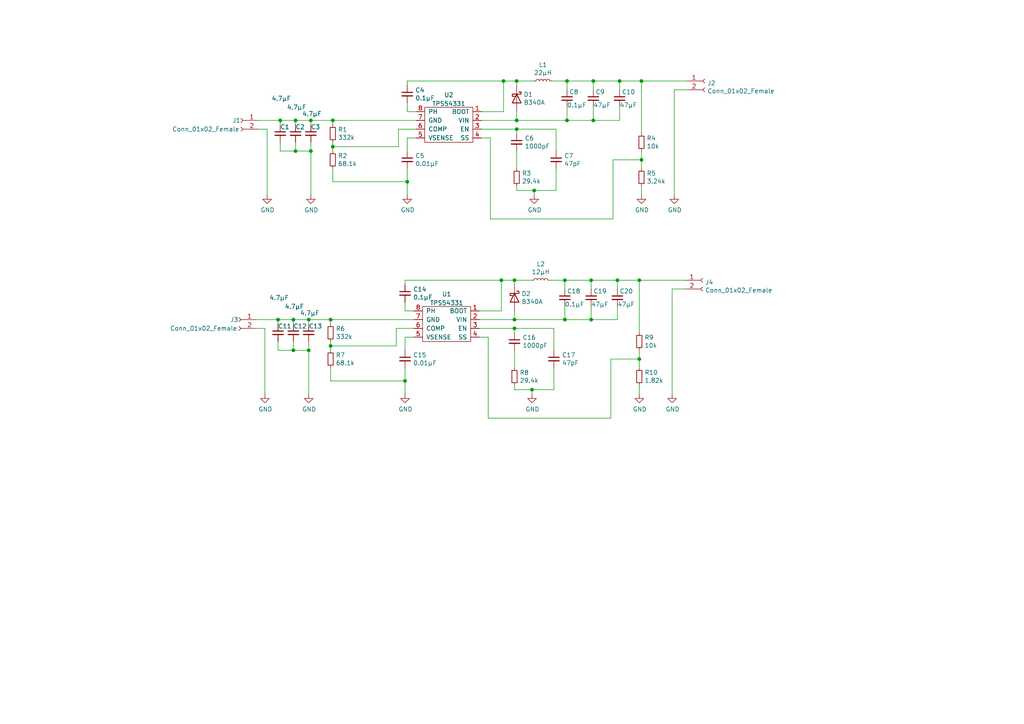
<source format=kicad_sch>
(kicad_sch (version 20211123) (generator eeschema)

  (uuid 55992e35-fe7b-468a-9b7a-1e4dc931b904)

  (paper "A4")

  (lib_symbols
    (symbol "Connector:Conn_01x02_Female" (pin_names (offset 1.016) hide) (in_bom yes) (on_board yes)
      (property "Reference" "J" (id 0) (at 0 2.54 0)
        (effects (font (size 1.27 1.27)))
      )
      (property "Value" "Conn_01x02_Female" (id 1) (at 0 -5.08 0)
        (effects (font (size 1.27 1.27)))
      )
      (property "Footprint" "" (id 2) (at 0 0 0)
        (effects (font (size 1.27 1.27)) hide)
      )
      (property "Datasheet" "~" (id 3) (at 0 0 0)
        (effects (font (size 1.27 1.27)) hide)
      )
      (property "ki_keywords" "connector" (id 4) (at 0 0 0)
        (effects (font (size 1.27 1.27)) hide)
      )
      (property "ki_description" "Generic connector, single row, 01x02, script generated (kicad-library-utils/schlib/autogen/connector/)" (id 5) (at 0 0 0)
        (effects (font (size 1.27 1.27)) hide)
      )
      (property "ki_fp_filters" "Connector*:*_1x??_*" (id 6) (at 0 0 0)
        (effects (font (size 1.27 1.27)) hide)
      )
      (symbol "Conn_01x02_Female_1_1"
        (arc (start 0 -2.032) (mid -0.508 -2.54) (end 0 -3.048)
          (stroke (width 0.1524) (type default) (color 0 0 0 0))
          (fill (type none))
        )
        (polyline
          (pts
            (xy -1.27 -2.54)
            (xy -0.508 -2.54)
          )
          (stroke (width 0.1524) (type default) (color 0 0 0 0))
          (fill (type none))
        )
        (polyline
          (pts
            (xy -1.27 0)
            (xy -0.508 0)
          )
          (stroke (width 0.1524) (type default) (color 0 0 0 0))
          (fill (type none))
        )
        (arc (start 0 0.508) (mid -0.508 0) (end 0 -0.508)
          (stroke (width 0.1524) (type default) (color 0 0 0 0))
          (fill (type none))
        )
        (pin passive line (at -5.08 0 0) (length 3.81)
          (name "Pin_1" (effects (font (size 1.27 1.27))))
          (number "1" (effects (font (size 1.27 1.27))))
        )
        (pin passive line (at -5.08 -2.54 0) (length 3.81)
          (name "Pin_2" (effects (font (size 1.27 1.27))))
          (number "2" (effects (font (size 1.27 1.27))))
        )
      )
    )
    (symbol "Device:C_Small" (pin_numbers hide) (pin_names (offset 0.254) hide) (in_bom yes) (on_board yes)
      (property "Reference" "C" (id 0) (at 0.254 1.778 0)
        (effects (font (size 1.27 1.27)) (justify left))
      )
      (property "Value" "C_Small" (id 1) (at 0.254 -2.032 0)
        (effects (font (size 1.27 1.27)) (justify left))
      )
      (property "Footprint" "" (id 2) (at 0 0 0)
        (effects (font (size 1.27 1.27)) hide)
      )
      (property "Datasheet" "~" (id 3) (at 0 0 0)
        (effects (font (size 1.27 1.27)) hide)
      )
      (property "ki_keywords" "capacitor cap" (id 4) (at 0 0 0)
        (effects (font (size 1.27 1.27)) hide)
      )
      (property "ki_description" "Unpolarized capacitor, small symbol" (id 5) (at 0 0 0)
        (effects (font (size 1.27 1.27)) hide)
      )
      (property "ki_fp_filters" "C_*" (id 6) (at 0 0 0)
        (effects (font (size 1.27 1.27)) hide)
      )
      (symbol "C_Small_0_1"
        (polyline
          (pts
            (xy -1.524 -0.508)
            (xy 1.524 -0.508)
          )
          (stroke (width 0.3302) (type default) (color 0 0 0 0))
          (fill (type none))
        )
        (polyline
          (pts
            (xy -1.524 0.508)
            (xy 1.524 0.508)
          )
          (stroke (width 0.3048) (type default) (color 0 0 0 0))
          (fill (type none))
        )
      )
      (symbol "C_Small_1_1"
        (pin passive line (at 0 2.54 270) (length 2.032)
          (name "~" (effects (font (size 1.27 1.27))))
          (number "1" (effects (font (size 1.27 1.27))))
        )
        (pin passive line (at 0 -2.54 90) (length 2.032)
          (name "~" (effects (font (size 1.27 1.27))))
          (number "2" (effects (font (size 1.27 1.27))))
        )
      )
    )
    (symbol "Device:D_Schottky" (pin_numbers hide) (pin_names (offset 1.016) hide) (in_bom yes) (on_board yes)
      (property "Reference" "D" (id 0) (at 0 2.54 0)
        (effects (font (size 1.27 1.27)))
      )
      (property "Value" "D_Schottky" (id 1) (at 0 -2.54 0)
        (effects (font (size 1.27 1.27)))
      )
      (property "Footprint" "" (id 2) (at 0 0 0)
        (effects (font (size 1.27 1.27)) hide)
      )
      (property "Datasheet" "~" (id 3) (at 0 0 0)
        (effects (font (size 1.27 1.27)) hide)
      )
      (property "ki_keywords" "diode Schottky" (id 4) (at 0 0 0)
        (effects (font (size 1.27 1.27)) hide)
      )
      (property "ki_description" "Schottky diode" (id 5) (at 0 0 0)
        (effects (font (size 1.27 1.27)) hide)
      )
      (property "ki_fp_filters" "TO-???* *_Diode_* *SingleDiode* D_*" (id 6) (at 0 0 0)
        (effects (font (size 1.27 1.27)) hide)
      )
      (symbol "D_Schottky_0_1"
        (polyline
          (pts
            (xy 1.27 0)
            (xy -1.27 0)
          )
          (stroke (width 0) (type default) (color 0 0 0 0))
          (fill (type none))
        )
        (polyline
          (pts
            (xy 1.27 1.27)
            (xy 1.27 -1.27)
            (xy -1.27 0)
            (xy 1.27 1.27)
          )
          (stroke (width 0.254) (type default) (color 0 0 0 0))
          (fill (type none))
        )
        (polyline
          (pts
            (xy -1.905 0.635)
            (xy -1.905 1.27)
            (xy -1.27 1.27)
            (xy -1.27 -1.27)
            (xy -0.635 -1.27)
            (xy -0.635 -0.635)
          )
          (stroke (width 0.254) (type default) (color 0 0 0 0))
          (fill (type none))
        )
      )
      (symbol "D_Schottky_1_1"
        (pin passive line (at -3.81 0 0) (length 2.54)
          (name "K" (effects (font (size 1.27 1.27))))
          (number "1" (effects (font (size 1.27 1.27))))
        )
        (pin passive line (at 3.81 0 180) (length 2.54)
          (name "A" (effects (font (size 1.27 1.27))))
          (number "2" (effects (font (size 1.27 1.27))))
        )
      )
    )
    (symbol "Device:L_Small" (pin_numbers hide) (pin_names (offset 0.254) hide) (in_bom yes) (on_board yes)
      (property "Reference" "L" (id 0) (at 0.762 1.016 0)
        (effects (font (size 1.27 1.27)) (justify left))
      )
      (property "Value" "L_Small" (id 1) (at 0.762 -1.016 0)
        (effects (font (size 1.27 1.27)) (justify left))
      )
      (property "Footprint" "" (id 2) (at 0 0 0)
        (effects (font (size 1.27 1.27)) hide)
      )
      (property "Datasheet" "~" (id 3) (at 0 0 0)
        (effects (font (size 1.27 1.27)) hide)
      )
      (property "ki_keywords" "inductor choke coil reactor magnetic" (id 4) (at 0 0 0)
        (effects (font (size 1.27 1.27)) hide)
      )
      (property "ki_description" "Inductor, small symbol" (id 5) (at 0 0 0)
        (effects (font (size 1.27 1.27)) hide)
      )
      (property "ki_fp_filters" "Choke_* *Coil* Inductor_* L_*" (id 6) (at 0 0 0)
        (effects (font (size 1.27 1.27)) hide)
      )
      (symbol "L_Small_0_1"
        (arc (start 0 -2.032) (mid 0.508 -1.524) (end 0 -1.016)
          (stroke (width 0) (type default) (color 0 0 0 0))
          (fill (type none))
        )
        (arc (start 0 -1.016) (mid 0.508 -0.508) (end 0 0)
          (stroke (width 0) (type default) (color 0 0 0 0))
          (fill (type none))
        )
        (arc (start 0 0) (mid 0.508 0.508) (end 0 1.016)
          (stroke (width 0) (type default) (color 0 0 0 0))
          (fill (type none))
        )
        (arc (start 0 1.016) (mid 0.508 1.524) (end 0 2.032)
          (stroke (width 0) (type default) (color 0 0 0 0))
          (fill (type none))
        )
      )
      (symbol "L_Small_1_1"
        (pin passive line (at 0 2.54 270) (length 0.508)
          (name "~" (effects (font (size 1.27 1.27))))
          (number "1" (effects (font (size 1.27 1.27))))
        )
        (pin passive line (at 0 -2.54 90) (length 0.508)
          (name "~" (effects (font (size 1.27 1.27))))
          (number "2" (effects (font (size 1.27 1.27))))
        )
      )
    )
    (symbol "Device:R_Small" (pin_numbers hide) (pin_names (offset 0.254) hide) (in_bom yes) (on_board yes)
      (property "Reference" "R" (id 0) (at 0.762 0.508 0)
        (effects (font (size 1.27 1.27)) (justify left))
      )
      (property "Value" "R_Small" (id 1) (at 0.762 -1.016 0)
        (effects (font (size 1.27 1.27)) (justify left))
      )
      (property "Footprint" "" (id 2) (at 0 0 0)
        (effects (font (size 1.27 1.27)) hide)
      )
      (property "Datasheet" "~" (id 3) (at 0 0 0)
        (effects (font (size 1.27 1.27)) hide)
      )
      (property "ki_keywords" "R resistor" (id 4) (at 0 0 0)
        (effects (font (size 1.27 1.27)) hide)
      )
      (property "ki_description" "Resistor, small symbol" (id 5) (at 0 0 0)
        (effects (font (size 1.27 1.27)) hide)
      )
      (property "ki_fp_filters" "R_*" (id 6) (at 0 0 0)
        (effects (font (size 1.27 1.27)) hide)
      )
      (symbol "R_Small_0_1"
        (rectangle (start -0.762 1.778) (end 0.762 -1.778)
          (stroke (width 0.2032) (type default) (color 0 0 0 0))
          (fill (type none))
        )
      )
      (symbol "R_Small_1_1"
        (pin passive line (at 0 2.54 270) (length 0.762)
          (name "~" (effects (font (size 1.27 1.27))))
          (number "1" (effects (font (size 1.27 1.27))))
        )
        (pin passive line (at 0 -2.54 90) (length 0.762)
          (name "~" (effects (font (size 1.27 1.27))))
          (number "2" (effects (font (size 1.27 1.27))))
        )
      )
    )
    (symbol "StepDown:TPS54331" (pin_names (offset 1.016)) (in_bom yes) (on_board yes)
      (property "Reference" "U" (id 0) (at -5.08 6.35 0)
        (effects (font (size 1.27 1.27)))
      )
      (property "Value" "TPS54331" (id 1) (at 2.54 6.35 0)
        (effects (font (size 1.27 1.27)))
      )
      (property "Footprint" "" (id 2) (at -6.35 6.35 0)
        (effects (font (size 1.27 1.27)) hide)
      )
      (property "Datasheet" "" (id 3) (at -6.35 6.35 0)
        (effects (font (size 1.27 1.27)) hide)
      )
      (symbol "TPS54331_0_1"
        (rectangle (start -6.35 5.08) (end 7.62 -5.08)
          (stroke (width 0) (type default) (color 0 0 0 0))
          (fill (type none))
        )
      )
      (symbol "TPS54331_1_1"
        (pin output line (at -8.89 3.81 0) (length 2.54)
          (name "BOOT" (effects (font (size 1.27 1.27))))
          (number "1" (effects (font (size 1.27 1.27))))
        )
        (pin input line (at -8.89 1.27 0) (length 2.54)
          (name "VIN" (effects (font (size 1.27 1.27))))
          (number "2" (effects (font (size 1.27 1.27))))
        )
        (pin input line (at -8.89 -1.27 0) (length 2.54)
          (name "EN" (effects (font (size 1.27 1.27))))
          (number "3" (effects (font (size 1.27 1.27))))
        )
        (pin input line (at -8.89 -3.81 0) (length 2.54)
          (name "SS" (effects (font (size 1.27 1.27))))
          (number "4" (effects (font (size 1.27 1.27))))
        )
        (pin input line (at 10.16 -3.81 180) (length 2.54)
          (name "VSENSE" (effects (font (size 1.27 1.27))))
          (number "5" (effects (font (size 1.27 1.27))))
        )
        (pin output line (at 10.16 -1.27 180) (length 2.54)
          (name "COMP" (effects (font (size 1.27 1.27))))
          (number "6" (effects (font (size 1.27 1.27))))
        )
        (pin passive line (at 10.16 1.27 180) (length 2.54)
          (name "GND" (effects (font (size 1.27 1.27))))
          (number "7" (effects (font (size 1.27 1.27))))
        )
        (pin output line (at 10.16 3.81 180) (length 2.54)
          (name "PH" (effects (font (size 1.27 1.27))))
          (number "8" (effects (font (size 1.27 1.27))))
        )
      )
    )
    (symbol "power:GND" (power) (pin_names (offset 0)) (in_bom yes) (on_board yes)
      (property "Reference" "#PWR" (id 0) (at 0 -6.35 0)
        (effects (font (size 1.27 1.27)) hide)
      )
      (property "Value" "GND" (id 1) (at 0 -3.81 0)
        (effects (font (size 1.27 1.27)))
      )
      (property "Footprint" "" (id 2) (at 0 0 0)
        (effects (font (size 1.27 1.27)) hide)
      )
      (property "Datasheet" "" (id 3) (at 0 0 0)
        (effects (font (size 1.27 1.27)) hide)
      )
      (property "ki_keywords" "power-flag" (id 4) (at 0 0 0)
        (effects (font (size 1.27 1.27)) hide)
      )
      (property "ki_description" "Power symbol creates a global label with name \"GND\" , ground" (id 5) (at 0 0 0)
        (effects (font (size 1.27 1.27)) hide)
      )
      (symbol "GND_0_1"
        (polyline
          (pts
            (xy 0 0)
            (xy 0 -1.27)
            (xy 1.27 -1.27)
            (xy 0 -2.54)
            (xy -1.27 -1.27)
            (xy 0 -1.27)
          )
          (stroke (width 0) (type default) (color 0 0 0 0))
          (fill (type none))
        )
      )
      (symbol "GND_1_1"
        (pin power_in line (at 0 0 270) (length 0) hide
          (name "GND" (effects (font (size 1.27 1.27))))
          (number "1" (effects (font (size 1.27 1.27))))
        )
      )
    )
  )

  (junction (at 185.42 81.28) (diameter 0) (color 0 0 0 0)
    (uuid 009a4fb4-fcc0-4623-ae5d-c1bae3219583)
  )
  (junction (at 149.225 95.25) (diameter 0) (color 0 0 0 0)
    (uuid 0325ec43-0390-4ae2-b055-b1ec6ce17b1c)
  )
  (junction (at 164.465 34.925) (diameter 0) (color 0 0 0 0)
    (uuid 08a7c925-7fae-4530-b0c9-120e185cb318)
  )
  (junction (at 95.885 92.71) (diameter 0) (color 0 0 0 0)
    (uuid 099096e4-8c2a-4d84-a16f-06b4b6330e7a)
  )
  (junction (at 89.535 101.6) (diameter 0) (color 0 0 0 0)
    (uuid 15fe8f3d-6077-4e0e-81d0-8ec3f4538981)
  )
  (junction (at 154.94 55.245) (diameter 0) (color 0 0 0 0)
    (uuid 1bf544e3-5940-4576-9291-2464e95c0ee2)
  )
  (junction (at 179.07 81.28) (diameter 0) (color 0 0 0 0)
    (uuid 20cca02e-4c4d-4961-b6b4-b40a1731b220)
  )
  (junction (at 164.465 23.495) (diameter 0) (color 0 0 0 0)
    (uuid 2d6db888-4e40-41c8-b701-07170fc894bc)
  )
  (junction (at 96.52 42.545) (diameter 0) (color 0 0 0 0)
    (uuid 30f15357-ce1d-48b9-93dc-7d9b1b2aa048)
  )
  (junction (at 80.645 92.71) (diameter 0) (color 0 0 0 0)
    (uuid 35a9f71f-ba35-47f6-814e-4106ac36c51e)
  )
  (junction (at 154.305 113.03) (diameter 0) (color 0 0 0 0)
    (uuid 4632212f-13ce-4392-bc68-ccb9ba333770)
  )
  (junction (at 85.725 43.815) (diameter 0) (color 0 0 0 0)
    (uuid 48ab88d7-7084-4d02-b109-3ad55a30bb11)
  )
  (junction (at 90.17 34.925) (diameter 0) (color 0 0 0 0)
    (uuid 5038e144-5119-49db-b6cf-f7c345f1cf03)
  )
  (junction (at 171.45 92.71) (diameter 0) (color 0 0 0 0)
    (uuid 592f25e6-a01b-47fd-8172-3da01117d00a)
  )
  (junction (at 145.415 81.28) (diameter 0) (color 0 0 0 0)
    (uuid 597a11f2-5d2c-4a65-ac95-38ad106e1367)
  )
  (junction (at 149.225 92.71) (diameter 0) (color 0 0 0 0)
    (uuid 5edcefbe-9766-42c8-9529-28d0ec865573)
  )
  (junction (at 146.05 23.495) (diameter 0) (color 0 0 0 0)
    (uuid 61fe293f-6808-4b7f-9340-9aaac7054a97)
  )
  (junction (at 117.475 110.49) (diameter 0) (color 0 0 0 0)
    (uuid 644ae9fc-3c8e-4089-866e-a12bf371c3e9)
  )
  (junction (at 95.885 100.33) (diameter 0) (color 0 0 0 0)
    (uuid 65134029-dbd2-409a-85a8-13c2a33ff019)
  )
  (junction (at 163.83 92.71) (diameter 0) (color 0 0 0 0)
    (uuid 658dad07-97fd-466c-8b49-21892ac96ea4)
  )
  (junction (at 118.11 52.705) (diameter 0) (color 0 0 0 0)
    (uuid 66116376-6967-4178-9f23-a26cdeafc400)
  )
  (junction (at 85.09 92.71) (diameter 0) (color 0 0 0 0)
    (uuid 6781326c-6e0d-4753-8f28-0f5c687e01f9)
  )
  (junction (at 96.52 34.925) (diameter 0) (color 0 0 0 0)
    (uuid 77ed3941-d133-4aef-a9af-5a39322d14eb)
  )
  (junction (at 89.535 92.71) (diameter 0) (color 0 0 0 0)
    (uuid 7f52d787-caa3-4a92-b1b2-19d554dc29a4)
  )
  (junction (at 163.83 81.28) (diameter 0) (color 0 0 0 0)
    (uuid 81a15393-727e-448b-a777-b18773023d89)
  )
  (junction (at 85.09 101.6) (diameter 0) (color 0 0 0 0)
    (uuid 82be7aae-5d06-4178-8c3e-98760c41b054)
  )
  (junction (at 149.86 34.925) (diameter 0) (color 0 0 0 0)
    (uuid 852dabbf-de45-4470-8176-59d37a754407)
  )
  (junction (at 186.055 23.495) (diameter 0) (color 0 0 0 0)
    (uuid 8e06ba1f-e3ba-4eb9-a10e-887dffd566d6)
  )
  (junction (at 149.86 37.465) (diameter 0) (color 0 0 0 0)
    (uuid 922058ca-d09a-45fd-8394-05f3e2c1e03a)
  )
  (junction (at 85.725 34.925) (diameter 0) (color 0 0 0 0)
    (uuid a3e4f0ae-9f86-49e9-b386-ed8b42e012fb)
  )
  (junction (at 149.225 81.28) (diameter 0) (color 0 0 0 0)
    (uuid a5e521b9-814e-4853-a5ac-f158785c6269)
  )
  (junction (at 90.17 43.815) (diameter 0) (color 0 0 0 0)
    (uuid b1086f75-01ba-4188-8d36-75a9e2828ca9)
  )
  (junction (at 149.86 23.495) (diameter 0) (color 0 0 0 0)
    (uuid bfc0aadc-38cf-466e-a642-68fdc3138c78)
  )
  (junction (at 179.705 23.495) (diameter 0) (color 0 0 0 0)
    (uuid c01d25cd-f4bb-4ef3-b5ea-533a2a4ddb2b)
  )
  (junction (at 171.45 81.28) (diameter 0) (color 0 0 0 0)
    (uuid c09938fd-06b9-4771-9f63-2311626243b3)
  )
  (junction (at 172.085 23.495) (diameter 0) (color 0 0 0 0)
    (uuid cbd8faed-e1f8-4406-87c8-58b2c504a5d4)
  )
  (junction (at 185.42 104.14) (diameter 0) (color 0 0 0 0)
    (uuid d5b800ca-1ab6-4b66-b5f7-2dda5658b504)
  )
  (junction (at 186.055 46.355) (diameter 0) (color 0 0 0 0)
    (uuid e857610b-4434-4144-b04e-43c1ebdc5ceb)
  )
  (junction (at 172.085 34.925) (diameter 0) (color 0 0 0 0)
    (uuid ee27d19c-8dca-4ac8-a760-6dfd54d28071)
  )
  (junction (at 81.28 34.925) (diameter 0) (color 0 0 0 0)
    (uuid efeac2a2-7682-4dc7-83ee-f6f1b23da506)
  )

  (wire (pts (xy 179.705 34.925) (xy 179.705 31.115))
    (stroke (width 0) (type default) (color 0 0 0 0))
    (uuid 003c2200-0632-4808-a662-8ddd5d30c768)
  )
  (wire (pts (xy 160.02 23.495) (xy 164.465 23.495))
    (stroke (width 0) (type default) (color 0 0 0 0))
    (uuid 03c52831-5dc5-43c5-a442-8d23643b46fb)
  )
  (wire (pts (xy 160.655 101.6) (xy 160.655 95.25))
    (stroke (width 0) (type default) (color 0 0 0 0))
    (uuid 057af6bb-cf6f-4bfb-b0c0-2e92a2c09a47)
  )
  (wire (pts (xy 118.11 32.385) (xy 118.11 29.845))
    (stroke (width 0) (type default) (color 0 0 0 0))
    (uuid 0b21a65d-d20b-411e-920a-75c343ac5136)
  )
  (wire (pts (xy 141.605 97.79) (xy 141.605 121.285))
    (stroke (width 0) (type default) (color 0 0 0 0))
    (uuid 0ce8d3ab-2662-4158-8a2a-18b782908fc5)
  )
  (wire (pts (xy 185.42 101.6) (xy 185.42 104.14))
    (stroke (width 0) (type default) (color 0 0 0 0))
    (uuid 0e8f7fc0-2ef2-4b90-9c15-8a3a601ee459)
  )
  (wire (pts (xy 139.7 34.925) (xy 149.86 34.925))
    (stroke (width 0) (type default) (color 0 0 0 0))
    (uuid 0f54db53-a272-4955-88fb-d7ab00657bb0)
  )
  (wire (pts (xy 89.535 92.71) (xy 95.885 92.71))
    (stroke (width 0) (type default) (color 0 0 0 0))
    (uuid 101ef598-601d-400e-9ef6-d655fbb1dbfa)
  )
  (wire (pts (xy 199.39 23.495) (xy 186.055 23.495))
    (stroke (width 0) (type default) (color 0 0 0 0))
    (uuid 12422a89-3d0c-485c-9386-f77121fd68fd)
  )
  (wire (pts (xy 85.725 41.275) (xy 85.725 43.815))
    (stroke (width 0) (type default) (color 0 0 0 0))
    (uuid 127679a9-3981-4934-815e-896a4e3ff56e)
  )
  (wire (pts (xy 160.655 113.03) (xy 160.655 106.68))
    (stroke (width 0) (type default) (color 0 0 0 0))
    (uuid 173f6f06-e7d0-42ac-ab03-ce6b79b9eeee)
  )
  (wire (pts (xy 149.86 55.245) (xy 154.94 55.245))
    (stroke (width 0) (type default) (color 0 0 0 0))
    (uuid 1a1ab354-5f85-45f9-938c-9f6c4c8c3ea2)
  )
  (wire (pts (xy 199.39 26.035) (xy 195.58 26.035))
    (stroke (width 0) (type default) (color 0 0 0 0))
    (uuid 1a6d2848-e78e-49fe-8978-e1890f07836f)
  )
  (wire (pts (xy 115.57 42.545) (xy 115.57 37.465))
    (stroke (width 0) (type default) (color 0 0 0 0))
    (uuid 1e1b062d-fad0-427c-a622-c5b8a80b5268)
  )
  (wire (pts (xy 117.475 110.49) (xy 117.475 106.68))
    (stroke (width 0) (type default) (color 0 0 0 0))
    (uuid 1e518c2a-4cb7-4599-a1fa-5b9f847da7d3)
  )
  (wire (pts (xy 163.83 92.71) (xy 171.45 92.71))
    (stroke (width 0) (type default) (color 0 0 0 0))
    (uuid 22999e73-da32-43a5-9163-4b3a41614f25)
  )
  (wire (pts (xy 171.45 92.71) (xy 179.07 92.71))
    (stroke (width 0) (type default) (color 0 0 0 0))
    (uuid 240c10af-51b5-420e-a6f4-a2c8f5db1db5)
  )
  (wire (pts (xy 172.085 34.925) (xy 179.705 34.925))
    (stroke (width 0) (type default) (color 0 0 0 0))
    (uuid 240e07e1-770b-4b27-894f-29fd601c924d)
  )
  (wire (pts (xy 74.93 37.465) (xy 77.47 37.465))
    (stroke (width 0) (type default) (color 0 0 0 0))
    (uuid 24f7628d-681d-4f0e-8409-40a129e929d9)
  )
  (wire (pts (xy 149.225 81.28) (xy 154.305 81.28))
    (stroke (width 0) (type default) (color 0 0 0 0))
    (uuid 262f1ea9-0133-4b43-be36-456207ea857c)
  )
  (wire (pts (xy 141.605 121.285) (xy 177.165 121.285))
    (stroke (width 0) (type default) (color 0 0 0 0))
    (uuid 29195ea4-8218-44a1-b4bf-466bee0082e4)
  )
  (wire (pts (xy 117.475 82.55) (xy 117.475 81.28))
    (stroke (width 0) (type default) (color 0 0 0 0))
    (uuid 29e058a7-50a3-43e5-81c3-bfee53da08be)
  )
  (wire (pts (xy 186.055 43.815) (xy 186.055 46.355))
    (stroke (width 0) (type default) (color 0 0 0 0))
    (uuid 29e78086-2175-405e-9ba3-c48766d2f50c)
  )
  (wire (pts (xy 177.8 46.355) (xy 186.055 46.355))
    (stroke (width 0) (type default) (color 0 0 0 0))
    (uuid 2d210a96-f81f-42a9-8bf4-1b43c11086f3)
  )
  (wire (pts (xy 171.45 81.28) (xy 179.07 81.28))
    (stroke (width 0) (type default) (color 0 0 0 0))
    (uuid 2d697cf0-e02e-4ed1-a048-a704dab0ee43)
  )
  (wire (pts (xy 90.17 36.195) (xy 90.17 34.925))
    (stroke (width 0) (type default) (color 0 0 0 0))
    (uuid 2e642b3e-a476-4c54-9a52-dcea955640cd)
  )
  (wire (pts (xy 154.305 113.03) (xy 160.655 113.03))
    (stroke (width 0) (type default) (color 0 0 0 0))
    (uuid 2e842263-c0ba-46fd-a760-6624d4c78278)
  )
  (wire (pts (xy 146.05 23.495) (xy 149.86 23.495))
    (stroke (width 0) (type default) (color 0 0 0 0))
    (uuid 2f215f15-3d52-4c91-93e6-3ea03a95622f)
  )
  (wire (pts (xy 149.225 111.76) (xy 149.225 113.03))
    (stroke (width 0) (type default) (color 0 0 0 0))
    (uuid 309b3bff-19c8-41ec-a84d-63399c649f46)
  )
  (wire (pts (xy 149.86 34.925) (xy 164.465 34.925))
    (stroke (width 0) (type default) (color 0 0 0 0))
    (uuid 31e08896-1992-4725-96d9-9d2728bca7a3)
  )
  (wire (pts (xy 95.885 99.06) (xy 95.885 100.33))
    (stroke (width 0) (type default) (color 0 0 0 0))
    (uuid 34a74736-156e-4bf3-9200-cd137cfa59da)
  )
  (wire (pts (xy 194.945 83.82) (xy 194.945 114.3))
    (stroke (width 0) (type default) (color 0 0 0 0))
    (uuid 37f31dec-63fc-4634-a141-5dc5d2b60fe4)
  )
  (wire (pts (xy 185.42 81.28) (xy 185.42 96.52))
    (stroke (width 0) (type default) (color 0 0 0 0))
    (uuid 382ca670-6ae8-4de6-90f9-f241d1337171)
  )
  (wire (pts (xy 117.475 97.79) (xy 120.015 97.79))
    (stroke (width 0) (type default) (color 0 0 0 0))
    (uuid 3a52f112-cb97-43db-aaeb-20afe27664d7)
  )
  (wire (pts (xy 154.94 56.515) (xy 154.94 55.245))
    (stroke (width 0) (type default) (color 0 0 0 0))
    (uuid 3aaee4c4-dbf7-49a5-a620-9465d8cc3ae7)
  )
  (wire (pts (xy 118.11 40.005) (xy 120.65 40.005))
    (stroke (width 0) (type default) (color 0 0 0 0))
    (uuid 3b838d52-596d-4e4d-a6ac-e4c8e7621137)
  )
  (wire (pts (xy 118.11 24.765) (xy 118.11 23.495))
    (stroke (width 0) (type default) (color 0 0 0 0))
    (uuid 3cd1bda0-18db-417d-b581-a0c50623df68)
  )
  (wire (pts (xy 77.47 37.465) (xy 77.47 56.515))
    (stroke (width 0) (type default) (color 0 0 0 0))
    (uuid 3e903008-0276-4a73-8edb-5d9dfde6297c)
  )
  (wire (pts (xy 117.475 90.17) (xy 117.475 87.63))
    (stroke (width 0) (type default) (color 0 0 0 0))
    (uuid 3fd54105-4b7e-4004-9801-76ec66108a22)
  )
  (wire (pts (xy 171.45 83.82) (xy 171.45 81.28))
    (stroke (width 0) (type default) (color 0 0 0 0))
    (uuid 40b14a16-fb82-4b9d-89dd-55cd98abb5cc)
  )
  (wire (pts (xy 117.475 101.6) (xy 117.475 97.79))
    (stroke (width 0) (type default) (color 0 0 0 0))
    (uuid 41acfe41-fac7-432a-a7a3-946566e2d504)
  )
  (wire (pts (xy 154.94 55.245) (xy 161.29 55.245))
    (stroke (width 0) (type default) (color 0 0 0 0))
    (uuid 42713045-fffd-4b2d-ae1e-7232d705fb12)
  )
  (wire (pts (xy 96.52 52.705) (xy 118.11 52.705))
    (stroke (width 0) (type default) (color 0 0 0 0))
    (uuid 44d8279a-9cd1-4db6-856f-0363131605fc)
  )
  (wire (pts (xy 96.52 34.925) (xy 96.52 36.195))
    (stroke (width 0) (type default) (color 0 0 0 0))
    (uuid 47baf4b1-0938-497d-88f9-671136aa8be7)
  )
  (wire (pts (xy 172.085 26.035) (xy 172.085 23.495))
    (stroke (width 0) (type default) (color 0 0 0 0))
    (uuid 4a4ec8d9-3d72-4952-83d4-808f65849a2b)
  )
  (wire (pts (xy 142.24 40.005) (xy 142.24 63.5))
    (stroke (width 0) (type default) (color 0 0 0 0))
    (uuid 4c8eb964-bdf4-44de-90e9-e2ab82dd5313)
  )
  (wire (pts (xy 96.52 41.275) (xy 96.52 42.545))
    (stroke (width 0) (type default) (color 0 0 0 0))
    (uuid 4fb02e58-160a-4a39-9f22-d0c75e82ee72)
  )
  (wire (pts (xy 179.07 92.71) (xy 179.07 88.9))
    (stroke (width 0) (type default) (color 0 0 0 0))
    (uuid 503dbd88-3e6b-48cc-a2ea-a6e28b52a1f7)
  )
  (wire (pts (xy 85.725 36.195) (xy 85.725 34.925))
    (stroke (width 0) (type default) (color 0 0 0 0))
    (uuid 54365317-1355-4216-bb75-829375abc4ec)
  )
  (wire (pts (xy 179.07 81.28) (xy 185.42 81.28))
    (stroke (width 0) (type default) (color 0 0 0 0))
    (uuid 5487601b-81d3-4c70-8f3d-cf9df9c63302)
  )
  (wire (pts (xy 164.465 34.925) (xy 172.085 34.925))
    (stroke (width 0) (type default) (color 0 0 0 0))
    (uuid 5528bcad-2950-4673-90eb-c37e6952c475)
  )
  (wire (pts (xy 149.225 92.71) (xy 149.225 90.17))
    (stroke (width 0) (type default) (color 0 0 0 0))
    (uuid 576c6616-e95d-4f1e-8ead-dea30fcdc8c2)
  )
  (wire (pts (xy 89.535 101.6) (xy 89.535 114.3))
    (stroke (width 0) (type default) (color 0 0 0 0))
    (uuid 59ec3156-036e-4049-89db-91a9dd07095f)
  )
  (wire (pts (xy 80.645 93.98) (xy 80.645 92.71))
    (stroke (width 0) (type default) (color 0 0 0 0))
    (uuid 5b34a16c-5a14-4291-8242-ea6d6ac54372)
  )
  (wire (pts (xy 117.475 81.28) (xy 145.415 81.28))
    (stroke (width 0) (type default) (color 0 0 0 0))
    (uuid 5cf2db29-f7ab-499a-9907-cdeba64bf0f3)
  )
  (wire (pts (xy 81.28 34.925) (xy 85.725 34.925))
    (stroke (width 0) (type default) (color 0 0 0 0))
    (uuid 5fc27c35-3e1c-4f96-817c-93b5570858a6)
  )
  (wire (pts (xy 185.42 111.76) (xy 185.42 114.3))
    (stroke (width 0) (type default) (color 0 0 0 0))
    (uuid 609b9e1b-4e3b-42b7-ac76-a62ec4d0e7c7)
  )
  (wire (pts (xy 139.7 32.385) (xy 146.05 32.385))
    (stroke (width 0) (type default) (color 0 0 0 0))
    (uuid 63ff1c93-3f96-4c33-b498-5dd8c33bccc0)
  )
  (wire (pts (xy 149.86 23.495) (xy 154.94 23.495))
    (stroke (width 0) (type default) (color 0 0 0 0))
    (uuid 6441b183-b8f2-458f-a23d-60e2b1f66dd6)
  )
  (wire (pts (xy 164.465 26.035) (xy 164.465 23.495))
    (stroke (width 0) (type default) (color 0 0 0 0))
    (uuid 66043bca-a260-4915-9fce-8a51d324c687)
  )
  (wire (pts (xy 139.7 37.465) (xy 149.86 37.465))
    (stroke (width 0) (type default) (color 0 0 0 0))
    (uuid 666713b0-70f4-42df-8761-f65bc212d03b)
  )
  (wire (pts (xy 81.28 43.815) (xy 85.725 43.815))
    (stroke (width 0) (type default) (color 0 0 0 0))
    (uuid 6a45789b-3855-401f-8139-3c734f7f52f9)
  )
  (wire (pts (xy 186.055 46.355) (xy 186.055 48.895))
    (stroke (width 0) (type default) (color 0 0 0 0))
    (uuid 6c2e273e-743c-4f1e-a647-4171f8122550)
  )
  (wire (pts (xy 81.28 41.275) (xy 81.28 43.815))
    (stroke (width 0) (type default) (color 0 0 0 0))
    (uuid 6c9b793c-e74d-4754-a2c0-901e73b26f1c)
  )
  (wire (pts (xy 171.45 92.71) (xy 171.45 88.9))
    (stroke (width 0) (type default) (color 0 0 0 0))
    (uuid 6e68f0cd-800e-4167-9553-71fc59da1eeb)
  )
  (wire (pts (xy 120.015 90.17) (xy 117.475 90.17))
    (stroke (width 0) (type default) (color 0 0 0 0))
    (uuid 6fd4442e-30b3-428b-9306-61418a63d311)
  )
  (wire (pts (xy 90.17 43.815) (xy 90.17 41.275))
    (stroke (width 0) (type default) (color 0 0 0 0))
    (uuid 716e31c5-485f-40b5-88e3-a75900da9811)
  )
  (wire (pts (xy 163.83 92.71) (xy 163.83 88.9))
    (stroke (width 0) (type default) (color 0 0 0 0))
    (uuid 721d1be9-236e-470b-ba69-f1cc6c43faf9)
  )
  (wire (pts (xy 118.11 43.815) (xy 118.11 40.005))
    (stroke (width 0) (type default) (color 0 0 0 0))
    (uuid 749dfe75-c0d6-4872-9330-29c5bbcb8ff8)
  )
  (wire (pts (xy 149.86 53.975) (xy 149.86 55.245))
    (stroke (width 0) (type default) (color 0 0 0 0))
    (uuid 7aed3a71-054b-4aaa-9c0a-030523c32827)
  )
  (wire (pts (xy 139.065 92.71) (xy 149.225 92.71))
    (stroke (width 0) (type default) (color 0 0 0 0))
    (uuid 7b044939-8c4d-444f-b9e0-a15fcdeb5a86)
  )
  (wire (pts (xy 164.465 23.495) (xy 172.085 23.495))
    (stroke (width 0) (type default) (color 0 0 0 0))
    (uuid 7bbf981c-a063-4e30-8911-e4228e1c0743)
  )
  (wire (pts (xy 195.58 26.035) (xy 195.58 56.515))
    (stroke (width 0) (type default) (color 0 0 0 0))
    (uuid 7d34f6b1-ab31-49be-b011-c67fe67a8a56)
  )
  (wire (pts (xy 149.86 37.465) (xy 149.86 38.735))
    (stroke (width 0) (type default) (color 0 0 0 0))
    (uuid 7dc880bc-e7eb-4cce-8d8c-0b65a9dd788e)
  )
  (wire (pts (xy 172.085 34.925) (xy 172.085 31.115))
    (stroke (width 0) (type default) (color 0 0 0 0))
    (uuid 7edc9030-db7b-43ac-a1b3-b87eeacb4c2d)
  )
  (wire (pts (xy 95.885 100.33) (xy 95.885 101.6))
    (stroke (width 0) (type default) (color 0 0 0 0))
    (uuid 7f2301df-e4bc-479e-a681-cc59c9a2dbbb)
  )
  (wire (pts (xy 149.86 34.925) (xy 149.86 32.385))
    (stroke (width 0) (type default) (color 0 0 0 0))
    (uuid 80094b70-85ab-4ff6-934b-60d5ee65023a)
  )
  (wire (pts (xy 114.935 100.33) (xy 114.935 95.25))
    (stroke (width 0) (type default) (color 0 0 0 0))
    (uuid 8087f566-a94d-4bbc-985b-e49ee7762296)
  )
  (wire (pts (xy 89.535 101.6) (xy 89.535 99.06))
    (stroke (width 0) (type default) (color 0 0 0 0))
    (uuid 814763c2-92e5-4a2c-941c-9bbd073f6e87)
  )
  (wire (pts (xy 96.52 42.545) (xy 96.52 43.815))
    (stroke (width 0) (type default) (color 0 0 0 0))
    (uuid 87371631-aa02-498a-998a-09bdb74784c1)
  )
  (wire (pts (xy 95.885 92.71) (xy 120.015 92.71))
    (stroke (width 0) (type default) (color 0 0 0 0))
    (uuid 87d7448e-e139-4209-ae0b-372f805267da)
  )
  (wire (pts (xy 198.755 83.82) (xy 194.945 83.82))
    (stroke (width 0) (type default) (color 0 0 0 0))
    (uuid 88668202-3f0b-4d07-84d4-dcd790f57272)
  )
  (wire (pts (xy 149.225 82.55) (xy 149.225 81.28))
    (stroke (width 0) (type default) (color 0 0 0 0))
    (uuid 89e83c2e-e90a-4a50-b278-880bac0cfb49)
  )
  (wire (pts (xy 76.835 95.25) (xy 76.835 114.3))
    (stroke (width 0) (type default) (color 0 0 0 0))
    (uuid 8bc2c25a-a1f1-4ce8-b96a-a4f8f4c35079)
  )
  (wire (pts (xy 149.225 113.03) (xy 154.305 113.03))
    (stroke (width 0) (type default) (color 0 0 0 0))
    (uuid 8c0807a7-765b-4fa5-baaa-e09a2b610e6b)
  )
  (wire (pts (xy 90.17 43.815) (xy 90.17 56.515))
    (stroke (width 0) (type default) (color 0 0 0 0))
    (uuid 8da933a9-35f8-42e6-8504-d1bab7264306)
  )
  (wire (pts (xy 149.86 43.815) (xy 149.86 48.895))
    (stroke (width 0) (type default) (color 0 0 0 0))
    (uuid 9157f4ae-0244-4ff1-9f73-3cb4cbb5f280)
  )
  (wire (pts (xy 198.755 81.28) (xy 185.42 81.28))
    (stroke (width 0) (type default) (color 0 0 0 0))
    (uuid 91c1eb0a-67ae-4ef0-95ce-d060a03a7313)
  )
  (wire (pts (xy 145.415 81.28) (xy 149.225 81.28))
    (stroke (width 0) (type default) (color 0 0 0 0))
    (uuid 926001fd-2747-4639-8c0f-4fc46ff7218d)
  )
  (wire (pts (xy 160.655 95.25) (xy 149.225 95.25))
    (stroke (width 0) (type default) (color 0 0 0 0))
    (uuid 935f462d-8b1e-4005-9f1e-17f537ab1756)
  )
  (wire (pts (xy 139.7 40.005) (xy 142.24 40.005))
    (stroke (width 0) (type default) (color 0 0 0 0))
    (uuid 94a873dc-af67-4ef9-8159-1f7c93eeb3d7)
  )
  (wire (pts (xy 161.29 37.465) (xy 149.86 37.465))
    (stroke (width 0) (type default) (color 0 0 0 0))
    (uuid 97fe9c60-586f-4895-8504-4d3729f5f81a)
  )
  (wire (pts (xy 114.935 95.25) (xy 120.015 95.25))
    (stroke (width 0) (type default) (color 0 0 0 0))
    (uuid 98c78427-acd5-4f90-9ad6-9f61c4809aec)
  )
  (wire (pts (xy 179.705 26.035) (xy 179.705 23.495))
    (stroke (width 0) (type default) (color 0 0 0 0))
    (uuid 9b0a1687-7e1b-4a04-a30b-c27a072a2949)
  )
  (wire (pts (xy 80.645 99.06) (xy 80.645 101.6))
    (stroke (width 0) (type default) (color 0 0 0 0))
    (uuid 9b3c58a7-a9b9-4498-abc0-f9f43e4f0292)
  )
  (wire (pts (xy 177.8 63.5) (xy 177.8 46.355))
    (stroke (width 0) (type default) (color 0 0 0 0))
    (uuid 9bb20359-0f8b-45bc-9d38-6626ed3a939d)
  )
  (wire (pts (xy 74.295 95.25) (xy 76.835 95.25))
    (stroke (width 0) (type default) (color 0 0 0 0))
    (uuid 9cbf35b8-f4d3-42a3-bb16-04ffd03fd8fd)
  )
  (wire (pts (xy 179.705 23.495) (xy 186.055 23.495))
    (stroke (width 0) (type default) (color 0 0 0 0))
    (uuid 9e1b837f-0d34-4a18-9644-9ee68f141f46)
  )
  (wire (pts (xy 95.885 92.71) (xy 95.885 93.98))
    (stroke (width 0) (type default) (color 0 0 0 0))
    (uuid a13ab237-8f8d-4e16-8c47-4440653b8534)
  )
  (wire (pts (xy 186.055 23.495) (xy 186.055 38.735))
    (stroke (width 0) (type default) (color 0 0 0 0))
    (uuid a1823eb2-fb0d-4ed8-8b96-04184ac3a9d5)
  )
  (wire (pts (xy 139.065 90.17) (xy 145.415 90.17))
    (stroke (width 0) (type default) (color 0 0 0 0))
    (uuid a29f8df0-3fae-4edf-8d9c-bd5a875b13e3)
  )
  (wire (pts (xy 163.83 81.28) (xy 171.45 81.28))
    (stroke (width 0) (type default) (color 0 0 0 0))
    (uuid a4f86a46-3bc8-4daa-9125-a63f297eb114)
  )
  (wire (pts (xy 85.725 34.925) (xy 90.17 34.925))
    (stroke (width 0) (type default) (color 0 0 0 0))
    (uuid a690fc6c-55d9-47e6-b533-faa4b67e20f3)
  )
  (wire (pts (xy 89.535 93.98) (xy 89.535 92.71))
    (stroke (width 0) (type default) (color 0 0 0 0))
    (uuid a8447faf-e0a0-4c4a-ae53-4d4b28669151)
  )
  (wire (pts (xy 142.24 63.5) (xy 177.8 63.5))
    (stroke (width 0) (type default) (color 0 0 0 0))
    (uuid aa14c3bd-4acc-4908-9d28-228585a22a9d)
  )
  (wire (pts (xy 90.17 34.925) (xy 96.52 34.925))
    (stroke (width 0) (type default) (color 0 0 0 0))
    (uuid ac264c30-3e9a-4be2-b97a-9949b68bd497)
  )
  (wire (pts (xy 139.065 97.79) (xy 141.605 97.79))
    (stroke (width 0) (type default) (color 0 0 0 0))
    (uuid b0906e10-2fbc-4309-a8b4-6fc4cd1a5490)
  )
  (wire (pts (xy 164.465 34.925) (xy 164.465 31.115))
    (stroke (width 0) (type default) (color 0 0 0 0))
    (uuid b5352a33-563a-4ffe-a231-2e68fb54afa3)
  )
  (wire (pts (xy 146.05 32.385) (xy 146.05 23.495))
    (stroke (width 0) (type default) (color 0 0 0 0))
    (uuid b88717bd-086f-46cd-9d3f-0396009d0996)
  )
  (wire (pts (xy 118.11 52.705) (xy 118.11 56.515))
    (stroke (width 0) (type default) (color 0 0 0 0))
    (uuid bd5408e4-362d-4e43-9d39-78fb99eb52c8)
  )
  (wire (pts (xy 149.225 101.6) (xy 149.225 106.68))
    (stroke (width 0) (type default) (color 0 0 0 0))
    (uuid bd9595a1-04f3-4fda-8f1b-e65ad874edd3)
  )
  (wire (pts (xy 161.29 43.815) (xy 161.29 37.465))
    (stroke (width 0) (type default) (color 0 0 0 0))
    (uuid bdc7face-9f7c-4701-80bb-4cc144448db1)
  )
  (wire (pts (xy 149.225 95.25) (xy 149.225 96.52))
    (stroke (width 0) (type default) (color 0 0 0 0))
    (uuid be645d0f-8568-47a0-a152-e3ddd33563eb)
  )
  (wire (pts (xy 74.93 34.925) (xy 81.28 34.925))
    (stroke (width 0) (type default) (color 0 0 0 0))
    (uuid c022004a-c968-410e-b59e-fbab0e561e9d)
  )
  (wire (pts (xy 161.29 55.245) (xy 161.29 48.895))
    (stroke (width 0) (type default) (color 0 0 0 0))
    (uuid c0515cd2-cdaa-467e-8354-0f6eadfa35c9)
  )
  (wire (pts (xy 80.645 92.71) (xy 85.09 92.71))
    (stroke (width 0) (type default) (color 0 0 0 0))
    (uuid c094494a-f6f7-43fc-a007-4951484ddf3a)
  )
  (wire (pts (xy 81.28 36.195) (xy 81.28 34.925))
    (stroke (width 0) (type default) (color 0 0 0 0))
    (uuid c144caa5-b0d4-4cef-840a-d4ad178a2102)
  )
  (wire (pts (xy 149.225 92.71) (xy 163.83 92.71))
    (stroke (width 0) (type default) (color 0 0 0 0))
    (uuid c1c799a0-3c93-493a-9ad7-8a0561bc69ee)
  )
  (wire (pts (xy 85.09 92.71) (xy 89.535 92.71))
    (stroke (width 0) (type default) (color 0 0 0 0))
    (uuid c701ee8e-1214-4781-a973-17bef7b6e3eb)
  )
  (wire (pts (xy 85.09 93.98) (xy 85.09 92.71))
    (stroke (width 0) (type default) (color 0 0 0 0))
    (uuid c8029a4c-945d-42ca-871a-dd73ff50a1a3)
  )
  (wire (pts (xy 185.42 104.14) (xy 185.42 106.68))
    (stroke (width 0) (type default) (color 0 0 0 0))
    (uuid c9667181-b3c7-4b01-b8b4-baa29a9aea63)
  )
  (wire (pts (xy 74.295 92.71) (xy 80.645 92.71))
    (stroke (width 0) (type default) (color 0 0 0 0))
    (uuid ca5a4651-0d1d-441b-b17d-01518ef3b656)
  )
  (wire (pts (xy 154.305 114.3) (xy 154.305 113.03))
    (stroke (width 0) (type default) (color 0 0 0 0))
    (uuid cb16d05e-318b-4e51-867b-70d791d75bea)
  )
  (wire (pts (xy 179.07 83.82) (xy 179.07 81.28))
    (stroke (width 0) (type default) (color 0 0 0 0))
    (uuid cb614b23-9af3-4aec-bed8-c1374e001510)
  )
  (wire (pts (xy 96.52 42.545) (xy 115.57 42.545))
    (stroke (width 0) (type default) (color 0 0 0 0))
    (uuid cbdcaa78-3bbc-413f-91bf-2709119373ce)
  )
  (wire (pts (xy 177.165 104.14) (xy 185.42 104.14))
    (stroke (width 0) (type default) (color 0 0 0 0))
    (uuid cff34251-839c-4da9-a0ad-85d0fc4e32af)
  )
  (wire (pts (xy 95.885 106.68) (xy 95.885 110.49))
    (stroke (width 0) (type default) (color 0 0 0 0))
    (uuid d0d2eee9-31f6-44fa-8149-ebb4dc2dc0dc)
  )
  (wire (pts (xy 177.165 121.285) (xy 177.165 104.14))
    (stroke (width 0) (type default) (color 0 0 0 0))
    (uuid d0fb0864-e79b-4bdc-8e8e-eed0cabe6d56)
  )
  (wire (pts (xy 117.475 110.49) (xy 117.475 114.3))
    (stroke (width 0) (type default) (color 0 0 0 0))
    (uuid d39d813e-3e64-490c-ba5c-a64bb5ad6bd0)
  )
  (wire (pts (xy 149.86 24.765) (xy 149.86 23.495))
    (stroke (width 0) (type default) (color 0 0 0 0))
    (uuid d4a1d3c4-b315-4bec-9220-d12a9eab51e0)
  )
  (wire (pts (xy 118.11 23.495) (xy 146.05 23.495))
    (stroke (width 0) (type default) (color 0 0 0 0))
    (uuid d57dcfee-5058-4fc2-a68b-05f9a48f685b)
  )
  (wire (pts (xy 115.57 37.465) (xy 120.65 37.465))
    (stroke (width 0) (type default) (color 0 0 0 0))
    (uuid d8603679-3e7b-4337-8dbc-1827f5f54d8a)
  )
  (wire (pts (xy 85.09 101.6) (xy 89.535 101.6))
    (stroke (width 0) (type default) (color 0 0 0 0))
    (uuid e1535036-5d36-405f-bb86-3819621c4f23)
  )
  (wire (pts (xy 145.415 90.17) (xy 145.415 81.28))
    (stroke (width 0) (type default) (color 0 0 0 0))
    (uuid e3fc1e69-a11c-4c84-8952-fefb9372474e)
  )
  (wire (pts (xy 80.645 101.6) (xy 85.09 101.6))
    (stroke (width 0) (type default) (color 0 0 0 0))
    (uuid e40e8cef-4fb0-4fc3-be09-3875b2cc8469)
  )
  (wire (pts (xy 96.52 34.925) (xy 120.65 34.925))
    (stroke (width 0) (type default) (color 0 0 0 0))
    (uuid e615f7aa-337e-474d-9615-2ad82b1c44ca)
  )
  (wire (pts (xy 85.09 99.06) (xy 85.09 101.6))
    (stroke (width 0) (type default) (color 0 0 0 0))
    (uuid e65b62be-e01b-4688-a999-1d1be370c4ae)
  )
  (wire (pts (xy 186.055 53.975) (xy 186.055 56.515))
    (stroke (width 0) (type default) (color 0 0 0 0))
    (uuid e8c50f1b-c316-4110-9cce-5c24c65a1eaa)
  )
  (wire (pts (xy 118.11 52.705) (xy 118.11 48.895))
    (stroke (width 0) (type default) (color 0 0 0 0))
    (uuid eb667eea-300e-4ca7-8a6f-4b00de80cd45)
  )
  (wire (pts (xy 139.065 95.25) (xy 149.225 95.25))
    (stroke (width 0) (type default) (color 0 0 0 0))
    (uuid ebd06df3-d52b-4cff-99a2-a771df6d3733)
  )
  (wire (pts (xy 163.83 83.82) (xy 163.83 81.28))
    (stroke (width 0) (type default) (color 0 0 0 0))
    (uuid ec5c2062-3a41-4636-8803-069e60a1641a)
  )
  (wire (pts (xy 95.885 110.49) (xy 117.475 110.49))
    (stroke (width 0) (type default) (color 0 0 0 0))
    (uuid ee41cb8e-512d-41d2-81e1-3c50fff32aeb)
  )
  (wire (pts (xy 96.52 48.895) (xy 96.52 52.705))
    (stroke (width 0) (type default) (color 0 0 0 0))
    (uuid ef8fe2ac-6a7f-4682-9418-b801a1b10a3b)
  )
  (wire (pts (xy 172.085 23.495) (xy 179.705 23.495))
    (stroke (width 0) (type default) (color 0 0 0 0))
    (uuid f2c93195-af12-4d3e-acdf-bdd0ff675c24)
  )
  (wire (pts (xy 95.885 100.33) (xy 114.935 100.33))
    (stroke (width 0) (type default) (color 0 0 0 0))
    (uuid f4eb0267-179f-46c9-b516-9bfb06bac1ba)
  )
  (wire (pts (xy 85.725 43.815) (xy 90.17 43.815))
    (stroke (width 0) (type default) (color 0 0 0 0))
    (uuid f71da641-16e6-4257-80c3-0b9d804fee4f)
  )
  (wire (pts (xy 120.65 32.385) (xy 118.11 32.385))
    (stroke (width 0) (type default) (color 0 0 0 0))
    (uuid fe8d9267-7834-48d6-a191-c8724b2ee78d)
  )
  (wire (pts (xy 159.385 81.28) (xy 163.83 81.28))
    (stroke (width 0) (type default) (color 0 0 0 0))
    (uuid feb26ecb-9193-46ea-a41b-d09305bf0a3e)
  )

  (symbol (lib_id "Connector:Conn_01x02_Female") (at 69.85 34.925 0) (mirror y) (unit 1)
    (in_bom yes) (on_board yes)
    (uuid 00000000-0000-0000-0000-0000618284fa)
    (property "Reference" "J1" (id 0) (at 68.58 34.925 0))
    (property "Value" "Conn_01x02_Female" (id 1) (at 59.69 37.465 0))
    (property "Footprint" "Connector_PinSocket_2.54mm:PinSocket_1x02_P2.54mm_Vertical" (id 2) (at 69.85 34.925 0)
      (effects (font (size 1.27 1.27)) hide)
    )
    (property "Datasheet" "~" (id 3) (at 69.85 34.925 0)
      (effects (font (size 1.27 1.27)) hide)
    )
    (pin "1" (uuid 06f8838f-aafc-4e29-81a7-e0864ac7a5de))
    (pin "2" (uuid 5a13bada-06db-43ea-bf7b-085fadcadb2a))
  )

  (symbol (lib_id "Device:C_Small") (at 81.28 38.735 0) (unit 1)
    (in_bom yes) (on_board yes)
    (uuid 00000000-0000-0000-0000-0000618286b4)
    (property "Reference" "C1" (id 0) (at 81.28 36.83 0)
      (effects (font (size 1.27 1.27)) (justify left))
    )
    (property "Value" "4.7µF" (id 1) (at 78.74 28.575 0)
      (effects (font (size 1.27 1.27)) (justify left))
    )
    (property "Footprint" "Capacitor_THT:C_Disc_D7.5mm_W4.4mm_P5.00mm" (id 2) (at 81.28 38.735 0)
      (effects (font (size 1.27 1.27)) hide)
    )
    (property "Datasheet" "~" (id 3) (at 81.28 38.735 0)
      (effects (font (size 1.27 1.27)) hide)
    )
    (pin "1" (uuid 62a9a7d6-497f-4319-858f-d74ad2691c02))
    (pin "2" (uuid 3ac8030d-096d-4a71-9ce5-d50f36fcb36d))
  )

  (symbol (lib_id "Device:C_Small") (at 85.725 38.735 0) (unit 1)
    (in_bom yes) (on_board yes)
    (uuid 00000000-0000-0000-0000-000061828700)
    (property "Reference" "C2" (id 0) (at 85.725 36.83 0)
      (effects (font (size 1.27 1.27)) (justify left))
    )
    (property "Value" "4.7µF" (id 1) (at 83.185 31.115 0)
      (effects (font (size 1.27 1.27)) (justify left))
    )
    (property "Footprint" "Capacitor_THT:C_Disc_D7.5mm_W4.4mm_P5.00mm" (id 2) (at 85.725 38.735 0)
      (effects (font (size 1.27 1.27)) hide)
    )
    (property "Datasheet" "~" (id 3) (at 85.725 38.735 0)
      (effects (font (size 1.27 1.27)) hide)
    )
    (pin "1" (uuid cb8d0b1a-9a29-4c47-91cf-165013e3d957))
    (pin "2" (uuid 4564a126-8c63-4cef-b0d5-bd67b9bf9d8f))
  )

  (symbol (lib_id "Device:C_Small") (at 90.17 38.735 0) (unit 1)
    (in_bom yes) (on_board yes)
    (uuid 00000000-0000-0000-0000-00006182873a)
    (property "Reference" "C3" (id 0) (at 90.17 36.83 0)
      (effects (font (size 1.27 1.27)) (justify left))
    )
    (property "Value" "4.7µF" (id 1) (at 87.63 33.02 0)
      (effects (font (size 1.27 1.27)) (justify left))
    )
    (property "Footprint" "Capacitor_THT:C_Disc_D7.5mm_W4.4mm_P5.00mm" (id 2) (at 90.17 38.735 0)
      (effects (font (size 1.27 1.27)) hide)
    )
    (property "Datasheet" "~" (id 3) (at 90.17 38.735 0)
      (effects (font (size 1.27 1.27)) hide)
    )
    (pin "1" (uuid 9be2a599-af8f-4e17-8176-118e206afe38))
    (pin "2" (uuid 61b4b298-e48a-428d-895f-8139da60777e))
  )

  (symbol (lib_id "Device:C_Small") (at 118.11 46.355 0) (unit 1)
    (in_bom yes) (on_board yes)
    (uuid 00000000-0000-0000-0000-00006182875a)
    (property "Reference" "C5" (id 0) (at 120.4468 45.1866 0)
      (effects (font (size 1.27 1.27)) (justify left))
    )
    (property "Value" "0.01µF" (id 1) (at 120.4468 47.498 0)
      (effects (font (size 1.27 1.27)) (justify left))
    )
    (property "Footprint" "Capacitor_THT:C_Disc_D7.5mm_W2.5mm_P5.00mm" (id 2) (at 118.11 46.355 0)
      (effects (font (size 1.27 1.27)) hide)
    )
    (property "Datasheet" "~" (id 3) (at 118.11 46.355 0)
      (effects (font (size 1.27 1.27)) hide)
    )
    (pin "1" (uuid 329925c4-f7c8-4ccc-a305-38a9587a7d3d))
    (pin "2" (uuid db67ceeb-7a20-45fc-a54f-d343b16f254f))
  )

  (symbol (lib_id "Device:C_Small") (at 118.11 27.305 0) (unit 1)
    (in_bom yes) (on_board yes)
    (uuid 00000000-0000-0000-0000-00006182877e)
    (property "Reference" "C4" (id 0) (at 120.4468 26.1366 0)
      (effects (font (size 1.27 1.27)) (justify left))
    )
    (property "Value" "0.1µF" (id 1) (at 120.4468 28.448 0)
      (effects (font (size 1.27 1.27)) (justify left))
    )
    (property "Footprint" "Capacitor_THT:C_Disc_D10.5mm_W5.0mm_P10.00mm" (id 2) (at 118.11 27.305 0)
      (effects (font (size 1.27 1.27)) hide)
    )
    (property "Datasheet" "~" (id 3) (at 118.11 27.305 0)
      (effects (font (size 1.27 1.27)) hide)
    )
    (pin "1" (uuid fda165ff-e576-4fb5-90fc-b8b64f200549))
    (pin "2" (uuid a4c95d39-4753-45b7-bebb-a73a63847b06))
  )

  (symbol (lib_id "Device:C_Small") (at 149.86 41.275 0) (unit 1)
    (in_bom yes) (on_board yes)
    (uuid 00000000-0000-0000-0000-00006182879e)
    (property "Reference" "C6" (id 0) (at 152.1968 40.1066 0)
      (effects (font (size 1.27 1.27)) (justify left))
    )
    (property "Value" "1000pF" (id 1) (at 152.1968 42.418 0)
      (effects (font (size 1.27 1.27)) (justify left))
    )
    (property "Footprint" "Capacitor_THT:C_Disc_D7.5mm_W2.5mm_P5.00mm" (id 2) (at 149.86 41.275 0)
      (effects (font (size 1.27 1.27)) hide)
    )
    (property "Datasheet" "~" (id 3) (at 149.86 41.275 0)
      (effects (font (size 1.27 1.27)) hide)
    )
    (pin "1" (uuid 7846c688-8439-4ebd-b4cb-33605f1a8c26))
    (pin "2" (uuid 14edbba1-0453-4c22-8d59-8fffa7f7f5c4))
  )

  (symbol (lib_id "Device:C_Small") (at 161.29 46.355 0) (unit 1)
    (in_bom yes) (on_board yes)
    (uuid 00000000-0000-0000-0000-0000618287c0)
    (property "Reference" "C7" (id 0) (at 163.6268 45.1866 0)
      (effects (font (size 1.27 1.27)) (justify left))
    )
    (property "Value" "47pF" (id 1) (at 163.6268 47.498 0)
      (effects (font (size 1.27 1.27)) (justify left))
    )
    (property "Footprint" "Capacitor_THT:C_Disc_D4.7mm_W2.5mm_P5.00mm" (id 2) (at 161.29 46.355 0)
      (effects (font (size 1.27 1.27)) hide)
    )
    (property "Datasheet" "~" (id 3) (at 161.29 46.355 0)
      (effects (font (size 1.27 1.27)) hide)
    )
    (pin "1" (uuid 54ffc15f-0832-4c09-bc4b-bff65e05a494))
    (pin "2" (uuid 4a285bf7-fdcb-4306-bf83-e96b76ef344c))
  )

  (symbol (lib_id "Device:C_Small") (at 172.085 28.575 0) (unit 1)
    (in_bom yes) (on_board yes)
    (uuid 00000000-0000-0000-0000-0000618287ee)
    (property "Reference" "C9" (id 0) (at 172.72 26.67 0)
      (effects (font (size 1.27 1.27)) (justify left))
    )
    (property "Value" "47µF" (id 1) (at 172.085 30.48 0)
      (effects (font (size 1.27 1.27)) (justify left))
    )
    (property "Footprint" "Capacitor_THT:C_Axial_L19.0mm_D7.5mm_P25.00mm_Horizontal" (id 2) (at 172.085 28.575 0)
      (effects (font (size 1.27 1.27)) hide)
    )
    (property "Datasheet" "~" (id 3) (at 172.085 28.575 0)
      (effects (font (size 1.27 1.27)) hide)
    )
    (pin "1" (uuid 3f8c2aab-2fdc-467a-ab46-20d9540853d4))
    (pin "2" (uuid a6c92077-1915-412e-871e-ac2d6c37783c))
  )

  (symbol (lib_id "Device:C_Small") (at 179.705 28.575 0) (unit 1)
    (in_bom yes) (on_board yes)
    (uuid 00000000-0000-0000-0000-00006182881a)
    (property "Reference" "C10" (id 0) (at 180.34 26.67 0)
      (effects (font (size 1.27 1.27)) (justify left))
    )
    (property "Value" "47µF" (id 1) (at 179.705 30.48 0)
      (effects (font (size 1.27 1.27)) (justify left))
    )
    (property "Footprint" "Capacitor_THT:C_Axial_L19.0mm_D7.5mm_P25.00mm_Horizontal" (id 2) (at 179.705 28.575 0)
      (effects (font (size 1.27 1.27)) hide)
    )
    (property "Datasheet" "~" (id 3) (at 179.705 28.575 0)
      (effects (font (size 1.27 1.27)) hide)
    )
    (pin "1" (uuid 6bde0b4b-e412-48e4-bade-971d8af93b60))
    (pin "2" (uuid 43b93f34-58e3-44b2-ad48-29ff8cb976d3))
  )

  (symbol (lib_id "Device:R_Small") (at 96.52 38.735 0) (unit 1)
    (in_bom yes) (on_board yes)
    (uuid 00000000-0000-0000-0000-000061828885)
    (property "Reference" "R1" (id 0) (at 98.0186 37.5666 0)
      (effects (font (size 1.27 1.27)) (justify left))
    )
    (property "Value" "332k" (id 1) (at 98.0186 39.878 0)
      (effects (font (size 1.27 1.27)) (justify left))
    )
    (property "Footprint" "Resistor_THT:R_Axial_DIN0207_L6.3mm_D2.5mm_P7.62mm_Horizontal" (id 2) (at 96.52 38.735 0)
      (effects (font (size 1.27 1.27)) hide)
    )
    (property "Datasheet" "~" (id 3) (at 96.52 38.735 0)
      (effects (font (size 1.27 1.27)) hide)
    )
    (pin "1" (uuid c466dca3-610d-414e-9a7e-1ee79b71e91b))
    (pin "2" (uuid 1d08c85e-4e6b-4498-80d5-7bbbd55d6c34))
  )

  (symbol (lib_id "Device:R_Small") (at 96.52 46.355 0) (unit 1)
    (in_bom yes) (on_board yes)
    (uuid 00000000-0000-0000-0000-0000618288cd)
    (property "Reference" "R2" (id 0) (at 98.0186 45.1866 0)
      (effects (font (size 1.27 1.27)) (justify left))
    )
    (property "Value" "68.1k" (id 1) (at 98.0186 47.498 0)
      (effects (font (size 1.27 1.27)) (justify left))
    )
    (property "Footprint" "Resistor_THT:R_Axial_DIN0207_L6.3mm_D2.5mm_P7.62mm_Horizontal" (id 2) (at 96.52 46.355 0)
      (effects (font (size 1.27 1.27)) hide)
    )
    (property "Datasheet" "~" (id 3) (at 96.52 46.355 0)
      (effects (font (size 1.27 1.27)) hide)
    )
    (pin "1" (uuid 6bab6010-418a-480c-8eeb-2a16db8c6077))
    (pin "2" (uuid 5898b849-f93b-4e91-8db7-bd3769027315))
  )

  (symbol (lib_id "Device:R_Small") (at 149.86 51.435 0) (unit 1)
    (in_bom yes) (on_board yes)
    (uuid 00000000-0000-0000-0000-0000618288fb)
    (property "Reference" "R3" (id 0) (at 151.3586 50.2666 0)
      (effects (font (size 1.27 1.27)) (justify left))
    )
    (property "Value" "29.4k" (id 1) (at 151.3586 52.578 0)
      (effects (font (size 1.27 1.27)) (justify left))
    )
    (property "Footprint" "Resistor_THT:R_Axial_DIN0207_L6.3mm_D2.5mm_P7.62mm_Horizontal" (id 2) (at 149.86 51.435 0)
      (effects (font (size 1.27 1.27)) hide)
    )
    (property "Datasheet" "~" (id 3) (at 149.86 51.435 0)
      (effects (font (size 1.27 1.27)) hide)
    )
    (pin "1" (uuid 48e05e7f-ba29-4099-8a52-08d8822370c0))
    (pin "2" (uuid a8ca7285-a6ed-456d-8079-e879b380d860))
  )

  (symbol (lib_id "Device:R_Small") (at 186.055 41.275 0) (unit 1)
    (in_bom yes) (on_board yes)
    (uuid 00000000-0000-0000-0000-000061828929)
    (property "Reference" "R4" (id 0) (at 187.5536 40.1066 0)
      (effects (font (size 1.27 1.27)) (justify left))
    )
    (property "Value" "10k" (id 1) (at 187.5536 42.418 0)
      (effects (font (size 1.27 1.27)) (justify left))
    )
    (property "Footprint" "Resistor_THT:R_Axial_DIN0207_L6.3mm_D2.5mm_P7.62mm_Horizontal" (id 2) (at 186.055 41.275 0)
      (effects (font (size 1.27 1.27)) hide)
    )
    (property "Datasheet" "~" (id 3) (at 186.055 41.275 0)
      (effects (font (size 1.27 1.27)) hide)
    )
    (pin "1" (uuid 151d6a59-d7e2-4717-ba65-2b0674d1f7d3))
    (pin "2" (uuid 2f198258-de22-4838-b850-3e8fd43a3613))
  )

  (symbol (lib_id "Device:R_Small") (at 186.055 51.435 0) (unit 1)
    (in_bom yes) (on_board yes)
    (uuid 00000000-0000-0000-0000-00006182895b)
    (property "Reference" "R5" (id 0) (at 187.5536 50.2666 0)
      (effects (font (size 1.27 1.27)) (justify left))
    )
    (property "Value" "3.24k" (id 1) (at 187.5536 52.578 0)
      (effects (font (size 1.27 1.27)) (justify left))
    )
    (property "Footprint" "Resistor_THT:R_Axial_DIN0207_L6.3mm_D2.5mm_P7.62mm_Horizontal" (id 2) (at 186.055 51.435 0)
      (effects (font (size 1.27 1.27)) hide)
    )
    (property "Datasheet" "~" (id 3) (at 186.055 51.435 0)
      (effects (font (size 1.27 1.27)) hide)
    )
    (pin "1" (uuid a59cc5de-076a-4fb6-9ea0-2dd440ff7517))
    (pin "2" (uuid 512fb3f2-4ae7-4c6d-be75-af42aaa3344b))
  )

  (symbol (lib_id "Device:D_Schottky") (at 149.86 28.575 270) (unit 1)
    (in_bom yes) (on_board yes)
    (uuid 00000000-0000-0000-0000-000061828a32)
    (property "Reference" "D1" (id 0) (at 151.8666 27.4066 90)
      (effects (font (size 1.27 1.27)) (justify left))
    )
    (property "Value" "B340A" (id 1) (at 151.8666 29.718 90)
      (effects (font (size 1.27 1.27)) (justify left))
    )
    (property "Footprint" "Diode_SMD:D_SMA_Handsoldering" (id 2) (at 149.86 28.575 0)
      (effects (font (size 1.27 1.27)) hide)
    )
    (property "Datasheet" "~" (id 3) (at 149.86 28.575 0)
      (effects (font (size 1.27 1.27)) hide)
    )
    (pin "1" (uuid 4591eefd-d121-421e-9158-df30c4fc2f0f))
    (pin "2" (uuid 8bfd6b8b-de22-4c4c-b744-82d0d298ec18))
  )

  (symbol (lib_id "Device:L_Small") (at 157.48 23.495 90) (unit 1)
    (in_bom yes) (on_board yes)
    (uuid 00000000-0000-0000-0000-000061828ae7)
    (property "Reference" "L1" (id 0) (at 157.48 18.796 90))
    (property "Value" "22µH" (id 1) (at 157.48 21.1074 90))
    (property "Footprint" "Inductor_THT:L_Toroid_Vertical_L41.9mm_W19.1mm_P15.80mm_Vishay_TJ7" (id 2) (at 157.48 23.495 0)
      (effects (font (size 1.27 1.27)) hide)
    )
    (property "Datasheet" "~" (id 3) (at 157.48 23.495 0)
      (effects (font (size 1.27 1.27)) hide)
    )
    (pin "1" (uuid c5dcd4cf-ca83-4135-8b6d-06b569ba4b8b))
    (pin "2" (uuid bef47e6c-b3ac-4cd1-81a2-4012fc9a8357))
  )

  (symbol (lib_id "Connector:Conn_01x02_Female") (at 204.47 23.495 0) (unit 1)
    (in_bom yes) (on_board yes)
    (uuid 00000000-0000-0000-0000-000061828b33)
    (property "Reference" "J2" (id 0) (at 205.1558 24.1046 0)
      (effects (font (size 1.27 1.27)) (justify left))
    )
    (property "Value" "Conn_01x02_Female" (id 1) (at 205.1558 26.416 0)
      (effects (font (size 1.27 1.27)) (justify left))
    )
    (property "Footprint" "Connector_PinSocket_2.54mm:PinSocket_1x02_P2.54mm_Vertical" (id 2) (at 204.47 23.495 0)
      (effects (font (size 1.27 1.27)) hide)
    )
    (property "Datasheet" "~" (id 3) (at 204.47 23.495 0)
      (effects (font (size 1.27 1.27)) hide)
    )
    (pin "1" (uuid 192c5192-7c42-4847-b384-af393185fc11))
    (pin "2" (uuid 42172d36-4055-4549-b6ff-3397184c8208))
  )

  (symbol (lib_id "power:GND") (at 118.11 56.515 0) (unit 1)
    (in_bom yes) (on_board yes)
    (uuid 00000000-0000-0000-0000-000061828e72)
    (property "Reference" "#PWR0101" (id 0) (at 118.11 62.865 0)
      (effects (font (size 1.27 1.27)) hide)
    )
    (property "Value" "GND" (id 1) (at 118.237 60.9092 0))
    (property "Footprint" "" (id 2) (at 118.11 56.515 0)
      (effects (font (size 1.27 1.27)) hide)
    )
    (property "Datasheet" "" (id 3) (at 118.11 56.515 0)
      (effects (font (size 1.27 1.27)) hide)
    )
    (pin "1" (uuid 768466f2-d1c7-4c48-996f-002567a4d436))
  )

  (symbol (lib_id "power:GND") (at 90.17 56.515 0) (unit 1)
    (in_bom yes) (on_board yes)
    (uuid 00000000-0000-0000-0000-000061828eaa)
    (property "Reference" "#PWR0102" (id 0) (at 90.17 62.865 0)
      (effects (font (size 1.27 1.27)) hide)
    )
    (property "Value" "GND" (id 1) (at 90.297 60.9092 0))
    (property "Footprint" "" (id 2) (at 90.17 56.515 0)
      (effects (font (size 1.27 1.27)) hide)
    )
    (property "Datasheet" "" (id 3) (at 90.17 56.515 0)
      (effects (font (size 1.27 1.27)) hide)
    )
    (pin "1" (uuid 14dd79ef-fde5-4151-8add-774b1e0d978c))
  )

  (symbol (lib_id "power:GND") (at 154.94 56.515 0) (unit 1)
    (in_bom yes) (on_board yes)
    (uuid 00000000-0000-0000-0000-000061829e71)
    (property "Reference" "#PWR0103" (id 0) (at 154.94 62.865 0)
      (effects (font (size 1.27 1.27)) hide)
    )
    (property "Value" "GND" (id 1) (at 155.067 60.9092 0))
    (property "Footprint" "" (id 2) (at 154.94 56.515 0)
      (effects (font (size 1.27 1.27)) hide)
    )
    (property "Datasheet" "" (id 3) (at 154.94 56.515 0)
      (effects (font (size 1.27 1.27)) hide)
    )
    (pin "1" (uuid 19f86264-4af1-4c01-98b5-245d009256fb))
  )

  (symbol (lib_id "Device:C_Small") (at 164.465 28.575 0) (unit 1)
    (in_bom yes) (on_board yes)
    (uuid 00000000-0000-0000-0000-000061829f90)
    (property "Reference" "C8" (id 0) (at 165.1 26.67 0)
      (effects (font (size 1.27 1.27)) (justify left))
    )
    (property "Value" "0.1µF" (id 1) (at 164.465 30.48 0)
      (effects (font (size 1.27 1.27)) (justify left))
    )
    (property "Footprint" "Capacitor_THT:C_Disc_D10.5mm_W5.0mm_P10.00mm" (id 2) (at 164.465 28.575 0)
      (effects (font (size 1.27 1.27)) hide)
    )
    (property "Datasheet" "~" (id 3) (at 164.465 28.575 0)
      (effects (font (size 1.27 1.27)) hide)
    )
    (pin "1" (uuid b541f9b4-5773-4060-b9f9-cbd1db2024f0))
    (pin "2" (uuid 52e7b60c-4d9e-4d26-a8b8-155e49ec6ff4))
  )

  (symbol (lib_id "power:GND") (at 77.47 56.515 0) (unit 1)
    (in_bom yes) (on_board yes)
    (uuid 00000000-0000-0000-0000-000061839347)
    (property "Reference" "#PWR0105" (id 0) (at 77.47 62.865 0)
      (effects (font (size 1.27 1.27)) hide)
    )
    (property "Value" "GND" (id 1) (at 77.597 60.9092 0))
    (property "Footprint" "" (id 2) (at 77.47 56.515 0)
      (effects (font (size 1.27 1.27)) hide)
    )
    (property "Datasheet" "" (id 3) (at 77.47 56.515 0)
      (effects (font (size 1.27 1.27)) hide)
    )
    (pin "1" (uuid 57011b37-f134-4093-8967-da868cbd4358))
  )

  (symbol (lib_id "power:GND") (at 195.58 56.515 0) (unit 1)
    (in_bom yes) (on_board yes)
    (uuid 00000000-0000-0000-0000-00006183ae7a)
    (property "Reference" "#PWR0106" (id 0) (at 195.58 62.865 0)
      (effects (font (size 1.27 1.27)) hide)
    )
    (property "Value" "GND" (id 1) (at 195.707 60.9092 0))
    (property "Footprint" "" (id 2) (at 195.58 56.515 0)
      (effects (font (size 1.27 1.27)) hide)
    )
    (property "Datasheet" "" (id 3) (at 195.58 56.515 0)
      (effects (font (size 1.27 1.27)) hide)
    )
    (pin "1" (uuid e2f59eb7-a13f-4c9e-8625-38ef18ce6af6))
  )

  (symbol (lib_id "power:GND") (at 186.055 56.515 0) (unit 1)
    (in_bom yes) (on_board yes)
    (uuid 00000000-0000-0000-0000-000061840e75)
    (property "Reference" "#PWR0104" (id 0) (at 186.055 62.865 0)
      (effects (font (size 1.27 1.27)) hide)
    )
    (property "Value" "GND" (id 1) (at 186.182 60.9092 0))
    (property "Footprint" "" (id 2) (at 186.055 56.515 0)
      (effects (font (size 1.27 1.27)) hide)
    )
    (property "Datasheet" "" (id 3) (at 186.055 56.515 0)
      (effects (font (size 1.27 1.27)) hide)
    )
    (pin "1" (uuid c06a38b3-d260-4f74-a24b-da200b6c4e96))
  )

  (symbol (lib_id "Connector:Conn_01x02_Female") (at 69.215 92.71 0) (mirror y) (unit 1)
    (in_bom yes) (on_board yes)
    (uuid 00000000-0000-0000-0000-00006193ae23)
    (property "Reference" "J3" (id 0) (at 67.945 92.71 0))
    (property "Value" "Conn_01x02_Female" (id 1) (at 59.055 95.25 0))
    (property "Footprint" "Connector_PinSocket_2.54mm:PinSocket_1x02_P2.54mm_Vertical" (id 2) (at 69.215 92.71 0)
      (effects (font (size 1.27 1.27)) hide)
    )
    (property "Datasheet" "~" (id 3) (at 69.215 92.71 0)
      (effects (font (size 1.27 1.27)) hide)
    )
    (pin "1" (uuid 85bb00e6-b011-4c26-a705-27e94bc057b1))
    (pin "2" (uuid 93632d77-ecce-46c9-a0ab-3ec0f94344b6))
  )

  (symbol (lib_id "Device:C_Small") (at 80.645 96.52 0) (unit 1)
    (in_bom yes) (on_board yes)
    (uuid 00000000-0000-0000-0000-00006193ae2a)
    (property "Reference" "C11" (id 0) (at 80.645 94.615 0)
      (effects (font (size 1.27 1.27)) (justify left))
    )
    (property "Value" "4.7µF" (id 1) (at 78.105 86.36 0)
      (effects (font (size 1.27 1.27)) (justify left))
    )
    (property "Footprint" "Capacitor_THT:C_Disc_D7.5mm_W4.4mm_P5.00mm" (id 2) (at 80.645 96.52 0)
      (effects (font (size 1.27 1.27)) hide)
    )
    (property "Datasheet" "~" (id 3) (at 80.645 96.52 0)
      (effects (font (size 1.27 1.27)) hide)
    )
    (pin "1" (uuid d422ec5a-7478-4787-a82f-012358ec9c02))
    (pin "2" (uuid d3f1c78a-59ad-4654-8399-b03b622c5a37))
  )

  (symbol (lib_id "Device:C_Small") (at 85.09 96.52 0) (unit 1)
    (in_bom yes) (on_board yes)
    (uuid 00000000-0000-0000-0000-00006193ae31)
    (property "Reference" "C12" (id 0) (at 85.09 94.615 0)
      (effects (font (size 1.27 1.27)) (justify left))
    )
    (property "Value" "4.7µF" (id 1) (at 82.55 88.9 0)
      (effects (font (size 1.27 1.27)) (justify left))
    )
    (property "Footprint" "Capacitor_THT:C_Disc_D7.5mm_W4.4mm_P5.00mm" (id 2) (at 85.09 96.52 0)
      (effects (font (size 1.27 1.27)) hide)
    )
    (property "Datasheet" "~" (id 3) (at 85.09 96.52 0)
      (effects (font (size 1.27 1.27)) hide)
    )
    (pin "1" (uuid 0dd000aa-2486-4475-9f67-35c2b2c18849))
    (pin "2" (uuid fcc0dfa3-8274-4b48-b945-ab7b575b4608))
  )

  (symbol (lib_id "Device:C_Small") (at 89.535 96.52 0) (unit 1)
    (in_bom yes) (on_board yes)
    (uuid 00000000-0000-0000-0000-00006193ae38)
    (property "Reference" "C13" (id 0) (at 89.535 94.615 0)
      (effects (font (size 1.27 1.27)) (justify left))
    )
    (property "Value" "4.7µF" (id 1) (at 86.995 90.805 0)
      (effects (font (size 1.27 1.27)) (justify left))
    )
    (property "Footprint" "Capacitor_THT:C_Disc_D7.5mm_W4.4mm_P5.00mm" (id 2) (at 89.535 96.52 0)
      (effects (font (size 1.27 1.27)) hide)
    )
    (property "Datasheet" "~" (id 3) (at 89.535 96.52 0)
      (effects (font (size 1.27 1.27)) hide)
    )
    (pin "1" (uuid 6724d18b-2934-4430-98a8-ebcd97522ce0))
    (pin "2" (uuid b162891d-2c0c-4b0b-8a4a-62212140cd74))
  )

  (symbol (lib_id "Device:C_Small") (at 117.475 104.14 0) (unit 1)
    (in_bom yes) (on_board yes)
    (uuid 00000000-0000-0000-0000-00006193ae3f)
    (property "Reference" "C15" (id 0) (at 119.8118 102.9716 0)
      (effects (font (size 1.27 1.27)) (justify left))
    )
    (property "Value" "0.01µF" (id 1) (at 119.8118 105.283 0)
      (effects (font (size 1.27 1.27)) (justify left))
    )
    (property "Footprint" "Capacitor_THT:C_Disc_D7.5mm_W2.5mm_P5.00mm" (id 2) (at 117.475 104.14 0)
      (effects (font (size 1.27 1.27)) hide)
    )
    (property "Datasheet" "~" (id 3) (at 117.475 104.14 0)
      (effects (font (size 1.27 1.27)) hide)
    )
    (pin "1" (uuid 3f904a7d-2706-4c1b-8d27-912c7857a601))
    (pin "2" (uuid edd2c3eb-832a-4da2-9b89-8f0ab557b61a))
  )

  (symbol (lib_id "Device:C_Small") (at 117.475 85.09 0) (unit 1)
    (in_bom yes) (on_board yes)
    (uuid 00000000-0000-0000-0000-00006193ae46)
    (property "Reference" "C14" (id 0) (at 119.8118 83.9216 0)
      (effects (font (size 1.27 1.27)) (justify left))
    )
    (property "Value" "0.1µF" (id 1) (at 119.8118 86.233 0)
      (effects (font (size 1.27 1.27)) (justify left))
    )
    (property "Footprint" "Capacitor_THT:C_Disc_D10.5mm_W5.0mm_P10.00mm" (id 2) (at 117.475 85.09 0)
      (effects (font (size 1.27 1.27)) hide)
    )
    (property "Datasheet" "~" (id 3) (at 117.475 85.09 0)
      (effects (font (size 1.27 1.27)) hide)
    )
    (pin "1" (uuid cd1207ea-a875-4450-8b61-856fdcf0def9))
    (pin "2" (uuid 5f7a45b1-b9b7-4c8b-9a86-6310156a5db6))
  )

  (symbol (lib_id "Device:C_Small") (at 149.225 99.06 0) (unit 1)
    (in_bom yes) (on_board yes)
    (uuid 00000000-0000-0000-0000-00006193ae4d)
    (property "Reference" "C16" (id 0) (at 151.5618 97.8916 0)
      (effects (font (size 1.27 1.27)) (justify left))
    )
    (property "Value" "1000pF" (id 1) (at 151.5618 100.203 0)
      (effects (font (size 1.27 1.27)) (justify left))
    )
    (property "Footprint" "Capacitor_THT:C_Disc_D7.5mm_W2.5mm_P5.00mm" (id 2) (at 149.225 99.06 0)
      (effects (font (size 1.27 1.27)) hide)
    )
    (property "Datasheet" "~" (id 3) (at 149.225 99.06 0)
      (effects (font (size 1.27 1.27)) hide)
    )
    (pin "1" (uuid 368c673d-4533-4514-a34c-3a4d2fbc9b17))
    (pin "2" (uuid 785447ee-ef06-4c14-aac7-3c7778514481))
  )

  (symbol (lib_id "Device:C_Small") (at 160.655 104.14 0) (unit 1)
    (in_bom yes) (on_board yes)
    (uuid 00000000-0000-0000-0000-00006193ae54)
    (property "Reference" "C17" (id 0) (at 162.9918 102.9716 0)
      (effects (font (size 1.27 1.27)) (justify left))
    )
    (property "Value" "47pF" (id 1) (at 162.9918 105.283 0)
      (effects (font (size 1.27 1.27)) (justify left))
    )
    (property "Footprint" "Capacitor_THT:C_Disc_D4.7mm_W2.5mm_P5.00mm" (id 2) (at 160.655 104.14 0)
      (effects (font (size 1.27 1.27)) hide)
    )
    (property "Datasheet" "~" (id 3) (at 160.655 104.14 0)
      (effects (font (size 1.27 1.27)) hide)
    )
    (pin "1" (uuid f9fe7e15-d7e0-464d-9549-7d15d3860916))
    (pin "2" (uuid 73c5e2f2-f7c4-499b-a103-d6b4ecae7b5d))
  )

  (symbol (lib_id "Device:C_Small") (at 171.45 86.36 0) (unit 1)
    (in_bom yes) (on_board yes)
    (uuid 00000000-0000-0000-0000-00006193ae5b)
    (property "Reference" "C19" (id 0) (at 172.085 84.455 0)
      (effects (font (size 1.27 1.27)) (justify left))
    )
    (property "Value" "47µF" (id 1) (at 171.45 88.265 0)
      (effects (font (size 1.27 1.27)) (justify left))
    )
    (property "Footprint" "Capacitor_THT:C_Axial_L19.0mm_D7.5mm_P25.00mm_Horizontal" (id 2) (at 171.45 86.36 0)
      (effects (font (size 1.27 1.27)) hide)
    )
    (property "Datasheet" "~" (id 3) (at 171.45 86.36 0)
      (effects (font (size 1.27 1.27)) hide)
    )
    (pin "1" (uuid b109fb41-2c97-4640-9135-531f435d6135))
    (pin "2" (uuid 21cbc3b6-2df4-4456-a22c-4ad37b05deba))
  )

  (symbol (lib_id "Device:C_Small") (at 179.07 86.36 0) (unit 1)
    (in_bom yes) (on_board yes)
    (uuid 00000000-0000-0000-0000-00006193ae62)
    (property "Reference" "C20" (id 0) (at 179.705 84.455 0)
      (effects (font (size 1.27 1.27)) (justify left))
    )
    (property "Value" "47µF" (id 1) (at 179.07 88.265 0)
      (effects (font (size 1.27 1.27)) (justify left))
    )
    (property "Footprint" "Capacitor_THT:C_Axial_L19.0mm_D7.5mm_P25.00mm_Horizontal" (id 2) (at 179.07 86.36 0)
      (effects (font (size 1.27 1.27)) hide)
    )
    (property "Datasheet" "~" (id 3) (at 179.07 86.36 0)
      (effects (font (size 1.27 1.27)) hide)
    )
    (pin "1" (uuid cde8e4e1-4734-4b8c-a56a-37f2a2ebc4b9))
    (pin "2" (uuid 0ae45fec-507d-4e1d-903b-3461e0e96db0))
  )

  (symbol (lib_id "Device:R_Small") (at 95.885 96.52 0) (unit 1)
    (in_bom yes) (on_board yes)
    (uuid 00000000-0000-0000-0000-00006193ae69)
    (property "Reference" "R6" (id 0) (at 97.3836 95.3516 0)
      (effects (font (size 1.27 1.27)) (justify left))
    )
    (property "Value" "332k" (id 1) (at 97.3836 97.663 0)
      (effects (font (size 1.27 1.27)) (justify left))
    )
    (property "Footprint" "Resistor_THT:R_Axial_DIN0207_L6.3mm_D2.5mm_P7.62mm_Horizontal" (id 2) (at 95.885 96.52 0)
      (effects (font (size 1.27 1.27)) hide)
    )
    (property "Datasheet" "~" (id 3) (at 95.885 96.52 0)
      (effects (font (size 1.27 1.27)) hide)
    )
    (pin "1" (uuid e5623c81-82a5-4190-9bdc-f5e858fcdaa5))
    (pin "2" (uuid 71921927-8326-4f1a-8bb6-e03817d64954))
  )

  (symbol (lib_id "Device:R_Small") (at 95.885 104.14 0) (unit 1)
    (in_bom yes) (on_board yes)
    (uuid 00000000-0000-0000-0000-00006193ae70)
    (property "Reference" "R7" (id 0) (at 97.3836 102.9716 0)
      (effects (font (size 1.27 1.27)) (justify left))
    )
    (property "Value" "68.1k" (id 1) (at 97.3836 105.283 0)
      (effects (font (size 1.27 1.27)) (justify left))
    )
    (property "Footprint" "Resistor_THT:R_Axial_DIN0207_L6.3mm_D2.5mm_P7.62mm_Horizontal" (id 2) (at 95.885 104.14 0)
      (effects (font (size 1.27 1.27)) hide)
    )
    (property "Datasheet" "~" (id 3) (at 95.885 104.14 0)
      (effects (font (size 1.27 1.27)) hide)
    )
    (pin "1" (uuid e3605ce2-52ef-480e-a2e4-ea58636f7e1c))
    (pin "2" (uuid d4fdcabb-8403-44cb-ad7f-b2ff0af010ac))
  )

  (symbol (lib_id "Device:R_Small") (at 149.225 109.22 0) (unit 1)
    (in_bom yes) (on_board yes)
    (uuid 00000000-0000-0000-0000-00006193ae77)
    (property "Reference" "R8" (id 0) (at 150.7236 108.0516 0)
      (effects (font (size 1.27 1.27)) (justify left))
    )
    (property "Value" "29.4k" (id 1) (at 150.7236 110.363 0)
      (effects (font (size 1.27 1.27)) (justify left))
    )
    (property "Footprint" "Resistor_THT:R_Axial_DIN0207_L6.3mm_D2.5mm_P7.62mm_Horizontal" (id 2) (at 149.225 109.22 0)
      (effects (font (size 1.27 1.27)) hide)
    )
    (property "Datasheet" "~" (id 3) (at 149.225 109.22 0)
      (effects (font (size 1.27 1.27)) hide)
    )
    (pin "1" (uuid c2c93b9c-322e-4f51-a807-7225835d7fcb))
    (pin "2" (uuid 7d578be8-0bdb-4e43-a478-e1a927d13233))
  )

  (symbol (lib_id "Device:R_Small") (at 185.42 99.06 0) (unit 1)
    (in_bom yes) (on_board yes)
    (uuid 00000000-0000-0000-0000-00006193ae7e)
    (property "Reference" "R9" (id 0) (at 186.9186 97.8916 0)
      (effects (font (size 1.27 1.27)) (justify left))
    )
    (property "Value" "10k" (id 1) (at 186.9186 100.203 0)
      (effects (font (size 1.27 1.27)) (justify left))
    )
    (property "Footprint" "Resistor_THT:R_Axial_DIN0207_L6.3mm_D2.5mm_P7.62mm_Horizontal" (id 2) (at 185.42 99.06 0)
      (effects (font (size 1.27 1.27)) hide)
    )
    (property "Datasheet" "~" (id 3) (at 185.42 99.06 0)
      (effects (font (size 1.27 1.27)) hide)
    )
    (pin "1" (uuid 247eb1a6-30bb-45a2-aec3-816be4746385))
    (pin "2" (uuid 1d9610c0-6305-4e4c-82a5-6b11f495a202))
  )

  (symbol (lib_id "Device:R_Small") (at 185.42 109.22 0) (unit 1)
    (in_bom yes) (on_board yes)
    (uuid 00000000-0000-0000-0000-00006193ae85)
    (property "Reference" "R10" (id 0) (at 186.9186 108.0516 0)
      (effects (font (size 1.27 1.27)) (justify left))
    )
    (property "Value" "1.82k" (id 1) (at 186.9186 110.363 0)
      (effects (font (size 1.27 1.27)) (justify left))
    )
    (property "Footprint" "Resistor_THT:R_Axial_DIN0207_L6.3mm_D2.5mm_P7.62mm_Horizontal" (id 2) (at 185.42 109.22 0)
      (effects (font (size 1.27 1.27)) hide)
    )
    (property "Datasheet" "~" (id 3) (at 185.42 109.22 0)
      (effects (font (size 1.27 1.27)) hide)
    )
    (pin "1" (uuid 16e46076-8f9d-4ebd-bf49-0a9dc8d6dd9d))
    (pin "2" (uuid 95f4255b-bece-4330-814f-29cb9f03fdd6))
  )

  (symbol (lib_id "Device:D_Schottky") (at 149.225 86.36 270) (unit 1)
    (in_bom yes) (on_board yes)
    (uuid 00000000-0000-0000-0000-00006193ae8c)
    (property "Reference" "D2" (id 0) (at 151.2316 85.1916 90)
      (effects (font (size 1.27 1.27)) (justify left))
    )
    (property "Value" "B340A" (id 1) (at 151.2316 87.503 90)
      (effects (font (size 1.27 1.27)) (justify left))
    )
    (property "Footprint" "Diode_SMD:D_SMA_Handsoldering" (id 2) (at 149.225 86.36 0)
      (effects (font (size 1.27 1.27)) hide)
    )
    (property "Datasheet" "~" (id 3) (at 149.225 86.36 0)
      (effects (font (size 1.27 1.27)) hide)
    )
    (pin "1" (uuid e5477f14-82ef-4b6a-a499-4b7c067a8974))
    (pin "2" (uuid 7bf96760-b68f-435c-bd16-d040ff54929a))
  )

  (symbol (lib_id "Device:L_Small") (at 156.845 81.28 90) (unit 1)
    (in_bom yes) (on_board yes)
    (uuid 00000000-0000-0000-0000-00006193ae93)
    (property "Reference" "L2" (id 0) (at 156.845 76.581 90))
    (property "Value" "12µH" (id 1) (at 156.845 78.8924 90))
    (property "Footprint" "Inductor_THT:L_Toroid_Vertical_L31.8mm_W15.9mm_P13.50mm_Bourns_5700" (id 2) (at 156.845 81.28 0)
      (effects (font (size 1.27 1.27)) hide)
    )
    (property "Datasheet" "~" (id 3) (at 156.845 81.28 0)
      (effects (font (size 1.27 1.27)) hide)
    )
    (pin "1" (uuid 27b879f7-7f64-4e83-b124-826e863a3b18))
    (pin "2" (uuid f0860951-1e0b-4d1b-b64d-aa189f64f013))
  )

  (symbol (lib_id "Connector:Conn_01x02_Female") (at 203.835 81.28 0) (unit 1)
    (in_bom yes) (on_board yes)
    (uuid 00000000-0000-0000-0000-00006193ae9a)
    (property "Reference" "J4" (id 0) (at 204.5208 81.8896 0)
      (effects (font (size 1.27 1.27)) (justify left))
    )
    (property "Value" "Conn_01x02_Female" (id 1) (at 204.5208 84.201 0)
      (effects (font (size 1.27 1.27)) (justify left))
    )
    (property "Footprint" "Connector_PinSocket_2.54mm:PinSocket_1x02_P2.54mm_Vertical" (id 2) (at 203.835 81.28 0)
      (effects (font (size 1.27 1.27)) hide)
    )
    (property "Datasheet" "~" (id 3) (at 203.835 81.28 0)
      (effects (font (size 1.27 1.27)) hide)
    )
    (pin "1" (uuid 4a50fd82-91b2-4f26-bb04-4e5a826fe229))
    (pin "2" (uuid 83016db0-f690-4c9b-9487-b5a0294f41f7))
  )

  (symbol (lib_id "power:GND") (at 117.475 114.3 0) (unit 1)
    (in_bom yes) (on_board yes)
    (uuid 00000000-0000-0000-0000-00006193aea1)
    (property "Reference" "#PWR0107" (id 0) (at 117.475 120.65 0)
      (effects (font (size 1.27 1.27)) hide)
    )
    (property "Value" "GND" (id 1) (at 117.602 118.6942 0))
    (property "Footprint" "" (id 2) (at 117.475 114.3 0)
      (effects (font (size 1.27 1.27)) hide)
    )
    (property "Datasheet" "" (id 3) (at 117.475 114.3 0)
      (effects (font (size 1.27 1.27)) hide)
    )
    (pin "1" (uuid 82272d03-7b92-4d99-9b2d-4ce2506bfe17))
  )

  (symbol (lib_id "power:GND") (at 89.535 114.3 0) (unit 1)
    (in_bom yes) (on_board yes)
    (uuid 00000000-0000-0000-0000-00006193aea7)
    (property "Reference" "#PWR0108" (id 0) (at 89.535 120.65 0)
      (effects (font (size 1.27 1.27)) hide)
    )
    (property "Value" "GND" (id 1) (at 89.662 118.6942 0))
    (property "Footprint" "" (id 2) (at 89.535 114.3 0)
      (effects (font (size 1.27 1.27)) hide)
    )
    (property "Datasheet" "" (id 3) (at 89.535 114.3 0)
      (effects (font (size 1.27 1.27)) hide)
    )
    (pin "1" (uuid 247d9a3e-9a56-4c71-97e8-72b4f920bfd0))
  )

  (symbol (lib_id "power:GND") (at 154.305 114.3 0) (unit 1)
    (in_bom yes) (on_board yes)
    (uuid 00000000-0000-0000-0000-00006193aecd)
    (property "Reference" "#PWR0109" (id 0) (at 154.305 120.65 0)
      (effects (font (size 1.27 1.27)) hide)
    )
    (property "Value" "GND" (id 1) (at 154.432 118.6942 0))
    (property "Footprint" "" (id 2) (at 154.305 114.3 0)
      (effects (font (size 1.27 1.27)) hide)
    )
    (property "Datasheet" "" (id 3) (at 154.305 114.3 0)
      (effects (font (size 1.27 1.27)) hide)
    )
    (pin "1" (uuid 4971e01b-9d0e-48d0-a871-3f078ee90219))
  )

  (symbol (lib_id "Device:C_Small") (at 163.83 86.36 0) (unit 1)
    (in_bom yes) (on_board yes)
    (uuid 00000000-0000-0000-0000-00006193aed3)
    (property "Reference" "C18" (id 0) (at 164.465 84.455 0)
      (effects (font (size 1.27 1.27)) (justify left))
    )
    (property "Value" "0.1µF" (id 1) (at 163.83 88.265 0)
      (effects (font (size 1.27 1.27)) (justify left))
    )
    (property "Footprint" "Capacitor_THT:C_Disc_D10.5mm_W5.0mm_P10.00mm" (id 2) (at 163.83 86.36 0)
      (effects (font (size 1.27 1.27)) hide)
    )
    (property "Datasheet" "~" (id 3) (at 163.83 86.36 0)
      (effects (font (size 1.27 1.27)) hide)
    )
    (pin "1" (uuid 2ce16971-b0e5-4042-9f01-2cf4fa34623f))
    (pin "2" (uuid 6a1b9761-b99d-45be-a065-b90f76ff7b92))
  )

  (symbol (lib_id "power:GND") (at 76.835 114.3 0) (unit 1)
    (in_bom yes) (on_board yes)
    (uuid 00000000-0000-0000-0000-00006193af11)
    (property "Reference" "#PWR0110" (id 0) (at 76.835 120.65 0)
      (effects (font (size 1.27 1.27)) hide)
    )
    (property "Value" "GND" (id 1) (at 76.962 118.6942 0))
    (property "Footprint" "" (id 2) (at 76.835 114.3 0)
      (effects (font (size 1.27 1.27)) hide)
    )
    (property "Datasheet" "" (id 3) (at 76.835 114.3 0)
      (effects (font (size 1.27 1.27)) hide)
    )
    (pin "1" (uuid e02dbb40-e838-4e90-9859-db29aa91228d))
  )

  (symbol (lib_id "power:GND") (at 194.945 114.3 0) (unit 1)
    (in_bom yes) (on_board yes)
    (uuid 00000000-0000-0000-0000-00006193af19)
    (property "Reference" "#PWR0111" (id 0) (at 194.945 120.65 0)
      (effects (font (size 1.27 1.27)) hide)
    )
    (property "Value" "GND" (id 1) (at 195.072 118.6942 0))
    (property "Footprint" "" (id 2) (at 194.945 114.3 0)
      (effects (font (size 1.27 1.27)) hide)
    )
    (property "Datasheet" "" (id 3) (at 194.945 114.3 0)
      (effects (font (size 1.27 1.27)) hide)
    )
    (pin "1" (uuid 718a6f43-2a2a-4726-b336-b1f4d7d83bf7))
  )

  (symbol (lib_id "power:GND") (at 185.42 114.3 0) (unit 1)
    (in_bom yes) (on_board yes)
    (uuid 00000000-0000-0000-0000-00006193af23)
    (property "Reference" "#PWR0112" (id 0) (at 185.42 120.65 0)
      (effects (font (size 1.27 1.27)) hide)
    )
    (property "Value" "GND" (id 1) (at 185.547 118.6942 0))
    (property "Footprint" "" (id 2) (at 185.42 114.3 0)
      (effects (font (size 1.27 1.27)) hide)
    )
    (property "Datasheet" "" (id 3) (at 185.42 114.3 0)
      (effects (font (size 1.27 1.27)) hide)
    )
    (pin "1" (uuid 6fa522d9-b0ca-482b-aa92-7a802ba51caa))
  )

  (symbol (lib_id "StepDown:TPS54331") (at 130.175 93.98 0) (mirror y) (unit 1)
    (in_bom yes) (on_board yes) (fields_autoplaced)
    (uuid ea82c49c-8248-442e-bd50-b42bbe66d397)
    (property "Reference" "U1" (id 0) (at 129.54 85.3272 0))
    (property "Value" "TPS54331" (id 1) (at 129.54 87.8641 0))
    (property "Footprint" "" (id 2) (at 136.525 87.63 0)
      (effects (font (size 1.27 1.27)) hide)
    )
    (property "Datasheet" "" (id 3) (at 136.525 87.63 0)
      (effects (font (size 1.27 1.27)) hide)
    )
    (pin "1" (uuid 56a96edd-bd25-4980-b4fd-c34c8950482f))
    (pin "2" (uuid e6ab6349-69b8-4b32-85f7-e554d1eb02f1))
    (pin "3" (uuid e5485a2e-93e9-4645-af39-f322514ba275))
    (pin "4" (uuid 40b98940-2b8e-46f0-8c9c-c60219b63b18))
    (pin "5" (uuid 21eede12-c89f-49fb-9af5-8b68d4216643))
    (pin "6" (uuid 13597e7b-79b2-4133-97dc-7ab6c81f367b))
    (pin "7" (uuid aa36296e-4187-4c07-aba5-bdc1b561447f))
    (pin "8" (uuid 59024ddf-30f1-4e78-92ff-fd2aefa656b1))
  )

  (symbol (lib_id "StepDown:TPS54331") (at 130.81 36.195 0) (mirror y) (unit 1)
    (in_bom yes) (on_board yes) (fields_autoplaced)
    (uuid efe80c77-7ec4-44d6-a59c-7ed5d0f3a9b9)
    (property "Reference" "U2" (id 0) (at 130.175 27.5422 0))
    (property "Value" "TPS54331" (id 1) (at 130.175 30.0791 0))
    (property "Footprint" "" (id 2) (at 137.16 29.845 0)
      (effects (font (size 1.27 1.27)) hide)
    )
    (property "Datasheet" "" (id 3) (at 137.16 29.845 0)
      (effects (font (size 1.27 1.27)) hide)
    )
    (pin "1" (uuid bca93339-bb29-4b88-a750-9b8d24391cae))
    (pin "2" (uuid 1d397ecb-c0b4-4c0e-afd1-9f222a8129e1))
    (pin "3" (uuid 77e9a63a-1f8b-45df-bdee-aec117910fa9))
    (pin "4" (uuid e0d1a8bc-d291-4a67-ac50-8c3781191dd4))
    (pin "5" (uuid 5cdfff4f-c7c5-42b6-9602-8eb31534bf01))
    (pin "6" (uuid 5916a8fd-4112-41a7-a8bc-e77b2fe3564c))
    (pin "7" (uuid eb923bb7-d492-4f36-ac17-899dcd476a5a))
    (pin "8" (uuid b31cfa80-4bc0-4106-889b-49a1be094f50))
  )

  (sheet_instances
    (path "/" (page "1"))
  )

  (symbol_instances
    (path "/00000000-0000-0000-0000-000061828e72"
      (reference "#PWR0101") (unit 1) (value "GND") (footprint "")
    )
    (path "/00000000-0000-0000-0000-000061828eaa"
      (reference "#PWR0102") (unit 1) (value "GND") (footprint "")
    )
    (path "/00000000-0000-0000-0000-000061829e71"
      (reference "#PWR0103") (unit 1) (value "GND") (footprint "")
    )
    (path "/00000000-0000-0000-0000-000061840e75"
      (reference "#PWR0104") (unit 1) (value "GND") (footprint "")
    )
    (path "/00000000-0000-0000-0000-000061839347"
      (reference "#PWR0105") (unit 1) (value "GND") (footprint "")
    )
    (path "/00000000-0000-0000-0000-00006183ae7a"
      (reference "#PWR0106") (unit 1) (value "GND") (footprint "")
    )
    (path "/00000000-0000-0000-0000-00006193aea1"
      (reference "#PWR0107") (unit 1) (value "GND") (footprint "")
    )
    (path "/00000000-0000-0000-0000-00006193aea7"
      (reference "#PWR0108") (unit 1) (value "GND") (footprint "")
    )
    (path "/00000000-0000-0000-0000-00006193aecd"
      (reference "#PWR0109") (unit 1) (value "GND") (footprint "")
    )
    (path "/00000000-0000-0000-0000-00006193af11"
      (reference "#PWR0110") (unit 1) (value "GND") (footprint "")
    )
    (path "/00000000-0000-0000-0000-00006193af19"
      (reference "#PWR0111") (unit 1) (value "GND") (footprint "")
    )
    (path "/00000000-0000-0000-0000-00006193af23"
      (reference "#PWR0112") (unit 1) (value "GND") (footprint "")
    )
    (path "/00000000-0000-0000-0000-0000618286b4"
      (reference "C1") (unit 1) (value "4.7µF") (footprint "Capacitor_THT:C_Disc_D7.5mm_W4.4mm_P5.00mm")
    )
    (path "/00000000-0000-0000-0000-000061828700"
      (reference "C2") (unit 1) (value "4.7µF") (footprint "Capacitor_THT:C_Disc_D7.5mm_W4.4mm_P5.00mm")
    )
    (path "/00000000-0000-0000-0000-00006182873a"
      (reference "C3") (unit 1) (value "4.7µF") (footprint "Capacitor_THT:C_Disc_D7.5mm_W4.4mm_P5.00mm")
    )
    (path "/00000000-0000-0000-0000-00006182877e"
      (reference "C4") (unit 1) (value "0.1µF") (footprint "Capacitor_THT:C_Disc_D10.5mm_W5.0mm_P10.00mm")
    )
    (path "/00000000-0000-0000-0000-00006182875a"
      (reference "C5") (unit 1) (value "0.01µF") (footprint "Capacitor_THT:C_Disc_D7.5mm_W2.5mm_P5.00mm")
    )
    (path "/00000000-0000-0000-0000-00006182879e"
      (reference "C6") (unit 1) (value "1000pF") (footprint "Capacitor_THT:C_Disc_D7.5mm_W2.5mm_P5.00mm")
    )
    (path "/00000000-0000-0000-0000-0000618287c0"
      (reference "C7") (unit 1) (value "47pF") (footprint "Capacitor_THT:C_Disc_D4.7mm_W2.5mm_P5.00mm")
    )
    (path "/00000000-0000-0000-0000-000061829f90"
      (reference "C8") (unit 1) (value "0.1µF") (footprint "Capacitor_THT:C_Disc_D10.5mm_W5.0mm_P10.00mm")
    )
    (path "/00000000-0000-0000-0000-0000618287ee"
      (reference "C9") (unit 1) (value "47µF") (footprint "Capacitor_THT:C_Axial_L19.0mm_D7.5mm_P25.00mm_Horizontal")
    )
    (path "/00000000-0000-0000-0000-00006182881a"
      (reference "C10") (unit 1) (value "47µF") (footprint "Capacitor_THT:C_Axial_L19.0mm_D7.5mm_P25.00mm_Horizontal")
    )
    (path "/00000000-0000-0000-0000-00006193ae2a"
      (reference "C11") (unit 1) (value "4.7µF") (footprint "Capacitor_THT:C_Disc_D7.5mm_W4.4mm_P5.00mm")
    )
    (path "/00000000-0000-0000-0000-00006193ae31"
      (reference "C12") (unit 1) (value "4.7µF") (footprint "Capacitor_THT:C_Disc_D7.5mm_W4.4mm_P5.00mm")
    )
    (path "/00000000-0000-0000-0000-00006193ae38"
      (reference "C13") (unit 1) (value "4.7µF") (footprint "Capacitor_THT:C_Disc_D7.5mm_W4.4mm_P5.00mm")
    )
    (path "/00000000-0000-0000-0000-00006193ae46"
      (reference "C14") (unit 1) (value "0.1µF") (footprint "Capacitor_THT:C_Disc_D10.5mm_W5.0mm_P10.00mm")
    )
    (path "/00000000-0000-0000-0000-00006193ae3f"
      (reference "C15") (unit 1) (value "0.01µF") (footprint "Capacitor_THT:C_Disc_D7.5mm_W2.5mm_P5.00mm")
    )
    (path "/00000000-0000-0000-0000-00006193ae4d"
      (reference "C16") (unit 1) (value "1000pF") (footprint "Capacitor_THT:C_Disc_D7.5mm_W2.5mm_P5.00mm")
    )
    (path "/00000000-0000-0000-0000-00006193ae54"
      (reference "C17") (unit 1) (value "47pF") (footprint "Capacitor_THT:C_Disc_D4.7mm_W2.5mm_P5.00mm")
    )
    (path "/00000000-0000-0000-0000-00006193aed3"
      (reference "C18") (unit 1) (value "0.1µF") (footprint "Capacitor_THT:C_Disc_D10.5mm_W5.0mm_P10.00mm")
    )
    (path "/00000000-0000-0000-0000-00006193ae5b"
      (reference "C19") (unit 1) (value "47µF") (footprint "Capacitor_THT:C_Axial_L19.0mm_D7.5mm_P25.00mm_Horizontal")
    )
    (path "/00000000-0000-0000-0000-00006193ae62"
      (reference "C20") (unit 1) (value "47µF") (footprint "Capacitor_THT:C_Axial_L19.0mm_D7.5mm_P25.00mm_Horizontal")
    )
    (path "/00000000-0000-0000-0000-000061828a32"
      (reference "D1") (unit 1) (value "B340A") (footprint "Diode_SMD:D_SMA_Handsoldering")
    )
    (path "/00000000-0000-0000-0000-00006193ae8c"
      (reference "D2") (unit 1) (value "B340A") (footprint "Diode_SMD:D_SMA_Handsoldering")
    )
    (path "/00000000-0000-0000-0000-0000618284fa"
      (reference "J1") (unit 1) (value "Conn_01x02_Female") (footprint "Connector_PinSocket_2.54mm:PinSocket_1x02_P2.54mm_Vertical")
    )
    (path "/00000000-0000-0000-0000-000061828b33"
      (reference "J2") (unit 1) (value "Conn_01x02_Female") (footprint "Connector_PinSocket_2.54mm:PinSocket_1x02_P2.54mm_Vertical")
    )
    (path "/00000000-0000-0000-0000-00006193ae23"
      (reference "J3") (unit 1) (value "Conn_01x02_Female") (footprint "Connector_PinSocket_2.54mm:PinSocket_1x02_P2.54mm_Vertical")
    )
    (path "/00000000-0000-0000-0000-00006193ae9a"
      (reference "J4") (unit 1) (value "Conn_01x02_Female") (footprint "Connector_PinSocket_2.54mm:PinSocket_1x02_P2.54mm_Vertical")
    )
    (path "/00000000-0000-0000-0000-000061828ae7"
      (reference "L1") (unit 1) (value "22µH") (footprint "Inductor_THT:L_Toroid_Vertical_L41.9mm_W19.1mm_P15.80mm_Vishay_TJ7")
    )
    (path "/00000000-0000-0000-0000-00006193ae93"
      (reference "L2") (unit 1) (value "12µH") (footprint "Inductor_THT:L_Toroid_Vertical_L31.8mm_W15.9mm_P13.50mm_Bourns_5700")
    )
    (path "/00000000-0000-0000-0000-000061828885"
      (reference "R1") (unit 1) (value "332k") (footprint "Resistor_THT:R_Axial_DIN0207_L6.3mm_D2.5mm_P7.62mm_Horizontal")
    )
    (path "/00000000-0000-0000-0000-0000618288cd"
      (reference "R2") (unit 1) (value "68.1k") (footprint "Resistor_THT:R_Axial_DIN0207_L6.3mm_D2.5mm_P7.62mm_Horizontal")
    )
    (path "/00000000-0000-0000-0000-0000618288fb"
      (reference "R3") (unit 1) (value "29.4k") (footprint "Resistor_THT:R_Axial_DIN0207_L6.3mm_D2.5mm_P7.62mm_Horizontal")
    )
    (path "/00000000-0000-0000-0000-000061828929"
      (reference "R4") (unit 1) (value "10k") (footprint "Resistor_THT:R_Axial_DIN0207_L6.3mm_D2.5mm_P7.62mm_Horizontal")
    )
    (path "/00000000-0000-0000-0000-00006182895b"
      (reference "R5") (unit 1) (value "3.24k") (footprint "Resistor_THT:R_Axial_DIN0207_L6.3mm_D2.5mm_P7.62mm_Horizontal")
    )
    (path "/00000000-0000-0000-0000-00006193ae69"
      (reference "R6") (unit 1) (value "332k") (footprint "Resistor_THT:R_Axial_DIN0207_L6.3mm_D2.5mm_P7.62mm_Horizontal")
    )
    (path "/00000000-0000-0000-0000-00006193ae70"
      (reference "R7") (unit 1) (value "68.1k") (footprint "Resistor_THT:R_Axial_DIN0207_L6.3mm_D2.5mm_P7.62mm_Horizontal")
    )
    (path "/00000000-0000-0000-0000-00006193ae77"
      (reference "R8") (unit 1) (value "29.4k") (footprint "Resistor_THT:R_Axial_DIN0207_L6.3mm_D2.5mm_P7.62mm_Horizontal")
    )
    (path "/00000000-0000-0000-0000-00006193ae7e"
      (reference "R9") (unit 1) (value "10k") (footprint "Resistor_THT:R_Axial_DIN0207_L6.3mm_D2.5mm_P7.62mm_Horizontal")
    )
    (path "/00000000-0000-0000-0000-00006193ae85"
      (reference "R10") (unit 1) (value "1.82k") (footprint "Resistor_THT:R_Axial_DIN0207_L6.3mm_D2.5mm_P7.62mm_Horizontal")
    )
    (path "/ea82c49c-8248-442e-bd50-b42bbe66d397"
      (reference "U1") (unit 1) (value "TPS54331") (footprint "")
    )
    (path "/efe80c77-7ec4-44d6-a59c-7ed5d0f3a9b9"
      (reference "U2") (unit 1) (value "TPS54331") (footprint "")
    )
  )
)

</source>
